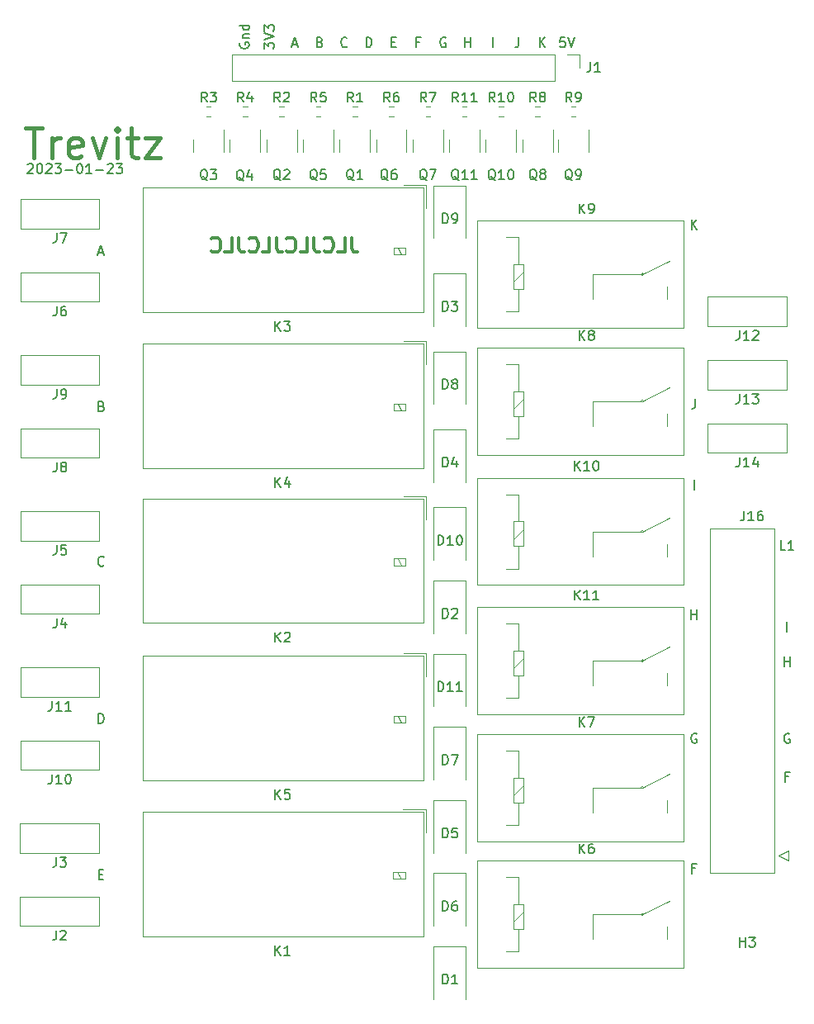
<source format=gbr>
%TF.GenerationSoftware,KiCad,Pcbnew,6.0.10+dfsg-2*%
%TF.CreationDate,2023-01-31T20:00:01-05:00*%
%TF.ProjectId,StoveRelays,53746f76-6552-4656-9c61-79732e6b6963,rev?*%
%TF.SameCoordinates,Original*%
%TF.FileFunction,Legend,Top*%
%TF.FilePolarity,Positive*%
%FSLAX46Y46*%
G04 Gerber Fmt 4.6, Leading zero omitted, Abs format (unit mm)*
G04 Created by KiCad (PCBNEW 6.0.10+dfsg-2) date 2023-01-31 20:00:01*
%MOMM*%
%LPD*%
G01*
G04 APERTURE LIST*
%ADD10C,0.150000*%
%ADD11C,0.300000*%
%ADD12C,0.400000*%
%ADD13C,0.120000*%
G04 APERTURE END LIST*
D10*
X179212857Y-127690571D02*
X178879523Y-127690571D01*
X178879523Y-128214380D02*
X178879523Y-127214380D01*
X179355714Y-127214380D01*
X108450095Y-122245380D02*
X108450095Y-121245380D01*
X108688190Y-121245380D01*
X108831047Y-121293000D01*
X108926285Y-121388238D01*
X108973904Y-121483476D01*
X109021523Y-121673952D01*
X109021523Y-121816809D01*
X108973904Y-122007285D01*
X108926285Y-122102523D01*
X108831047Y-122197761D01*
X108688190Y-122245380D01*
X108450095Y-122245380D01*
X169259285Y-111577380D02*
X169259285Y-110577380D01*
X169259285Y-111053571D02*
X169830714Y-111053571D01*
X169830714Y-111577380D02*
X169830714Y-110577380D01*
X178784285Y-116403380D02*
X178784285Y-115403380D01*
X178784285Y-115879571D02*
X179355714Y-115879571D01*
X179355714Y-116403380D02*
X179355714Y-115403380D01*
X146054285Y-52912380D02*
X146054285Y-51912380D01*
X146054285Y-52388571D02*
X146625714Y-52388571D01*
X146625714Y-52912380D02*
X146625714Y-51912380D01*
X122980000Y-52467857D02*
X122932380Y-52563095D01*
X122932380Y-52705952D01*
X122980000Y-52848809D01*
X123075238Y-52944047D01*
X123170476Y-52991666D01*
X123360952Y-53039285D01*
X123503809Y-53039285D01*
X123694285Y-52991666D01*
X123789523Y-52944047D01*
X123884761Y-52848809D01*
X123932380Y-52705952D01*
X123932380Y-52610714D01*
X123884761Y-52467857D01*
X123837142Y-52420238D01*
X123503809Y-52420238D01*
X123503809Y-52610714D01*
X123265714Y-51991666D02*
X123932380Y-51991666D01*
X123360952Y-51991666D02*
X123313333Y-51944047D01*
X123265714Y-51848809D01*
X123265714Y-51705952D01*
X123313333Y-51610714D01*
X123408571Y-51563095D01*
X123932380Y-51563095D01*
X123932380Y-50658333D02*
X122932380Y-50658333D01*
X123884761Y-50658333D02*
X123932380Y-50753571D01*
X123932380Y-50944047D01*
X123884761Y-51039285D01*
X123837142Y-51086904D01*
X123741904Y-51134523D01*
X123456190Y-51134523D01*
X123360952Y-51086904D01*
X123313333Y-51039285D01*
X123265714Y-50944047D01*
X123265714Y-50753571D01*
X123313333Y-50658333D01*
X179070000Y-112847380D02*
X179070000Y-111847380D01*
X169687857Y-88987380D02*
X169687857Y-89701666D01*
X169640238Y-89844523D01*
X169545000Y-89939761D01*
X169402142Y-89987380D01*
X169306904Y-89987380D01*
X144061904Y-51960000D02*
X143966666Y-51912380D01*
X143823809Y-51912380D01*
X143680952Y-51960000D01*
X143585714Y-52055238D01*
X143538095Y-52150476D01*
X143490476Y-52340952D01*
X143490476Y-52483809D01*
X143538095Y-52674285D01*
X143585714Y-52769523D01*
X143680952Y-52864761D01*
X143823809Y-52912380D01*
X143919047Y-52912380D01*
X144061904Y-52864761D01*
X144109523Y-52817142D01*
X144109523Y-52483809D01*
X143919047Y-52483809D01*
X169545000Y-98242380D02*
X169545000Y-97242380D01*
X138505714Y-52388571D02*
X138839047Y-52388571D01*
X138981904Y-52912380D02*
X138505714Y-52912380D01*
X138505714Y-51912380D01*
X138981904Y-51912380D01*
X108497714Y-137723571D02*
X108831047Y-137723571D01*
X108973904Y-138247380D02*
X108497714Y-138247380D01*
X108497714Y-137247380D01*
X108973904Y-137247380D01*
X151562857Y-51912380D02*
X151562857Y-52626666D01*
X151515238Y-52769523D01*
X151420000Y-52864761D01*
X151277142Y-52912380D01*
X151181904Y-52912380D01*
X179331904Y-123325000D02*
X179236666Y-123277380D01*
X179093809Y-123277380D01*
X178950952Y-123325000D01*
X178855714Y-123420238D01*
X178808095Y-123515476D01*
X178760476Y-123705952D01*
X178760476Y-123848809D01*
X178808095Y-124039285D01*
X178855714Y-124134523D01*
X178950952Y-124229761D01*
X179093809Y-124277380D01*
X179189047Y-124277380D01*
X179331904Y-124229761D01*
X179379523Y-124182142D01*
X179379523Y-123848809D01*
X179189047Y-123848809D01*
D11*
X134428571Y-72428571D02*
X134428571Y-73500000D01*
X134500000Y-73714285D01*
X134642857Y-73857142D01*
X134857142Y-73928571D01*
X135000000Y-73928571D01*
X133000000Y-73928571D02*
X133714285Y-73928571D01*
X133714285Y-72428571D01*
X131642857Y-73785714D02*
X131714285Y-73857142D01*
X131928571Y-73928571D01*
X132071428Y-73928571D01*
X132285714Y-73857142D01*
X132428571Y-73714285D01*
X132500000Y-73571428D01*
X132571428Y-73285714D01*
X132571428Y-73071428D01*
X132500000Y-72785714D01*
X132428571Y-72642857D01*
X132285714Y-72500000D01*
X132071428Y-72428571D01*
X131928571Y-72428571D01*
X131714285Y-72500000D01*
X131642857Y-72571428D01*
X130571428Y-72428571D02*
X130571428Y-73500000D01*
X130642857Y-73714285D01*
X130785714Y-73857142D01*
X131000000Y-73928571D01*
X131142857Y-73928571D01*
X129142857Y-73928571D02*
X129857142Y-73928571D01*
X129857142Y-72428571D01*
X127785714Y-73785714D02*
X127857142Y-73857142D01*
X128071428Y-73928571D01*
X128214285Y-73928571D01*
X128428571Y-73857142D01*
X128571428Y-73714285D01*
X128642857Y-73571428D01*
X128714285Y-73285714D01*
X128714285Y-73071428D01*
X128642857Y-72785714D01*
X128571428Y-72642857D01*
X128428571Y-72500000D01*
X128214285Y-72428571D01*
X128071428Y-72428571D01*
X127857142Y-72500000D01*
X127785714Y-72571428D01*
X126714285Y-72428571D02*
X126714285Y-73500000D01*
X126785714Y-73714285D01*
X126928571Y-73857142D01*
X127142857Y-73928571D01*
X127285714Y-73928571D01*
X125285714Y-73928571D02*
X126000000Y-73928571D01*
X126000000Y-72428571D01*
X123928571Y-73785714D02*
X124000000Y-73857142D01*
X124214285Y-73928571D01*
X124357142Y-73928571D01*
X124571428Y-73857142D01*
X124714285Y-73714285D01*
X124785714Y-73571428D01*
X124857142Y-73285714D01*
X124857142Y-73071428D01*
X124785714Y-72785714D01*
X124714285Y-72642857D01*
X124571428Y-72500000D01*
X124357142Y-72428571D01*
X124214285Y-72428571D01*
X124000000Y-72500000D01*
X123928571Y-72571428D01*
X122857142Y-72428571D02*
X122857142Y-73500000D01*
X122928571Y-73714285D01*
X123071428Y-73857142D01*
X123285714Y-73928571D01*
X123428571Y-73928571D01*
X121428571Y-73928571D02*
X122142857Y-73928571D01*
X122142857Y-72428571D01*
X120071428Y-73785714D02*
X120142857Y-73857142D01*
X120357142Y-73928571D01*
X120500000Y-73928571D01*
X120714285Y-73857142D01*
X120857142Y-73714285D01*
X120928571Y-73571428D01*
X121000000Y-73285714D01*
X121000000Y-73071428D01*
X120928571Y-72785714D01*
X120857142Y-72642857D01*
X120714285Y-72500000D01*
X120500000Y-72428571D01*
X120357142Y-72428571D01*
X120142857Y-72500000D01*
X120071428Y-72571428D01*
D10*
X153698095Y-52912380D02*
X153698095Y-51912380D01*
X154269523Y-52912380D02*
X153840952Y-52340952D01*
X154269523Y-51912380D02*
X153698095Y-52483809D01*
D12*
X100950000Y-61222142D02*
X102664285Y-61222142D01*
X101807142Y-64222142D02*
X101807142Y-61222142D01*
X103664285Y-64222142D02*
X103664285Y-62222142D01*
X103664285Y-62793571D02*
X103807142Y-62507857D01*
X103950000Y-62365000D01*
X104235714Y-62222142D01*
X104521428Y-62222142D01*
X106664285Y-64079285D02*
X106378571Y-64222142D01*
X105807142Y-64222142D01*
X105521428Y-64079285D01*
X105378571Y-63793571D01*
X105378571Y-62650714D01*
X105521428Y-62365000D01*
X105807142Y-62222142D01*
X106378571Y-62222142D01*
X106664285Y-62365000D01*
X106807142Y-62650714D01*
X106807142Y-62936428D01*
X105378571Y-63222142D01*
X107807142Y-62222142D02*
X108521428Y-64222142D01*
X109235714Y-62222142D01*
X110378571Y-64222142D02*
X110378571Y-62222142D01*
X110378571Y-61222142D02*
X110235714Y-61365000D01*
X110378571Y-61507857D01*
X110521428Y-61365000D01*
X110378571Y-61222142D01*
X110378571Y-61507857D01*
X111378571Y-62222142D02*
X112521428Y-62222142D01*
X111807142Y-61222142D02*
X111807142Y-63793571D01*
X111950000Y-64079285D01*
X112235714Y-64222142D01*
X112521428Y-64222142D01*
X113235714Y-62222142D02*
X114807142Y-62222142D01*
X113235714Y-64222142D01*
X114807142Y-64222142D01*
D10*
X131171428Y-52388571D02*
X131314285Y-52436190D01*
X131361904Y-52483809D01*
X131409523Y-52579047D01*
X131409523Y-52721904D01*
X131361904Y-52817142D01*
X131314285Y-52864761D01*
X131219047Y-52912380D01*
X130838095Y-52912380D01*
X130838095Y-51912380D01*
X131171428Y-51912380D01*
X131266666Y-51960000D01*
X131314285Y-52007619D01*
X131361904Y-52102857D01*
X131361904Y-52198095D01*
X131314285Y-52293333D01*
X131266666Y-52340952D01*
X131171428Y-52388571D01*
X130838095Y-52388571D01*
X169806904Y-123325000D02*
X169711666Y-123277380D01*
X169568809Y-123277380D01*
X169425952Y-123325000D01*
X169330714Y-123420238D01*
X169283095Y-123515476D01*
X169235476Y-123705952D01*
X169235476Y-123848809D01*
X169283095Y-124039285D01*
X169330714Y-124134523D01*
X169425952Y-124229761D01*
X169568809Y-124277380D01*
X169664047Y-124277380D01*
X169806904Y-124229761D01*
X169854523Y-124182142D01*
X169854523Y-123848809D01*
X169664047Y-123848809D01*
X148880000Y-52912380D02*
X148880000Y-51912380D01*
X156309523Y-51912380D02*
X155833333Y-51912380D01*
X155785714Y-52388571D01*
X155833333Y-52340952D01*
X155928571Y-52293333D01*
X156166666Y-52293333D01*
X156261904Y-52340952D01*
X156309523Y-52388571D01*
X156357142Y-52483809D01*
X156357142Y-52721904D01*
X156309523Y-52817142D01*
X156261904Y-52864761D01*
X156166666Y-52912380D01*
X155928571Y-52912380D01*
X155833333Y-52864761D01*
X155785714Y-52817142D01*
X156642857Y-51912380D02*
X156976190Y-52912380D01*
X157309523Y-51912380D01*
X125472380Y-53063095D02*
X125472380Y-52444047D01*
X125853333Y-52777380D01*
X125853333Y-52634523D01*
X125900952Y-52539285D01*
X125948571Y-52491666D01*
X126043809Y-52444047D01*
X126281904Y-52444047D01*
X126377142Y-52491666D01*
X126424761Y-52539285D01*
X126472380Y-52634523D01*
X126472380Y-52920238D01*
X126424761Y-53015476D01*
X126377142Y-53063095D01*
X125472380Y-52158333D02*
X126472380Y-51825000D01*
X125472380Y-51491666D01*
X125472380Y-51253571D02*
X125472380Y-50634523D01*
X125853333Y-50967857D01*
X125853333Y-50825000D01*
X125900952Y-50729761D01*
X125948571Y-50682142D01*
X126043809Y-50634523D01*
X126281904Y-50634523D01*
X126377142Y-50682142D01*
X126424761Y-50729761D01*
X126472380Y-50825000D01*
X126472380Y-51110714D01*
X126424761Y-51205952D01*
X126377142Y-51253571D01*
X135918095Y-52912380D02*
X135918095Y-51912380D01*
X136156190Y-51912380D01*
X136299047Y-51960000D01*
X136394285Y-52055238D01*
X136441904Y-52150476D01*
X136489523Y-52340952D01*
X136489523Y-52483809D01*
X136441904Y-52674285D01*
X136394285Y-52769523D01*
X136299047Y-52864761D01*
X136156190Y-52912380D01*
X135918095Y-52912380D01*
X133949523Y-52817142D02*
X133901904Y-52864761D01*
X133759047Y-52912380D01*
X133663809Y-52912380D01*
X133520952Y-52864761D01*
X133425714Y-52769523D01*
X133378095Y-52674285D01*
X133330476Y-52483809D01*
X133330476Y-52340952D01*
X133378095Y-52150476D01*
X133425714Y-52055238D01*
X133520952Y-51960000D01*
X133663809Y-51912380D01*
X133759047Y-51912380D01*
X133901904Y-51960000D01*
X133949523Y-52007619D01*
X178903333Y-104465380D02*
X178427142Y-104465380D01*
X178427142Y-103465380D01*
X179760476Y-104465380D02*
X179189047Y-104465380D01*
X179474761Y-104465380D02*
X179474761Y-103465380D01*
X179379523Y-103608238D01*
X179284285Y-103703476D01*
X179189047Y-103751095D01*
X109021523Y-106021142D02*
X108973904Y-106068761D01*
X108831047Y-106116380D01*
X108735809Y-106116380D01*
X108592952Y-106068761D01*
X108497714Y-105973523D01*
X108450095Y-105878285D01*
X108402476Y-105687809D01*
X108402476Y-105544952D01*
X108450095Y-105354476D01*
X108497714Y-105259238D01*
X108592952Y-105164000D01*
X108735809Y-105116380D01*
X108831047Y-105116380D01*
X108973904Y-105164000D01*
X109021523Y-105211619D01*
X141402857Y-52388571D02*
X141069523Y-52388571D01*
X141069523Y-52912380D02*
X141069523Y-51912380D01*
X141545714Y-51912380D01*
X108783428Y-89717571D02*
X108926285Y-89765190D01*
X108973904Y-89812809D01*
X109021523Y-89908047D01*
X109021523Y-90050904D01*
X108973904Y-90146142D01*
X108926285Y-90193761D01*
X108831047Y-90241380D01*
X108450095Y-90241380D01*
X108450095Y-89241380D01*
X108783428Y-89241380D01*
X108878666Y-89289000D01*
X108926285Y-89336619D01*
X108973904Y-89431857D01*
X108973904Y-89527095D01*
X108926285Y-89622333D01*
X108878666Y-89669952D01*
X108783428Y-89717571D01*
X108450095Y-89717571D01*
X101187857Y-64952619D02*
X101235476Y-64905000D01*
X101330714Y-64857380D01*
X101568809Y-64857380D01*
X101664047Y-64905000D01*
X101711666Y-64952619D01*
X101759285Y-65047857D01*
X101759285Y-65143095D01*
X101711666Y-65285952D01*
X101140238Y-65857380D01*
X101759285Y-65857380D01*
X102378333Y-64857380D02*
X102473571Y-64857380D01*
X102568809Y-64905000D01*
X102616428Y-64952619D01*
X102664047Y-65047857D01*
X102711666Y-65238333D01*
X102711666Y-65476428D01*
X102664047Y-65666904D01*
X102616428Y-65762142D01*
X102568809Y-65809761D01*
X102473571Y-65857380D01*
X102378333Y-65857380D01*
X102283095Y-65809761D01*
X102235476Y-65762142D01*
X102187857Y-65666904D01*
X102140238Y-65476428D01*
X102140238Y-65238333D01*
X102187857Y-65047857D01*
X102235476Y-64952619D01*
X102283095Y-64905000D01*
X102378333Y-64857380D01*
X103092619Y-64952619D02*
X103140238Y-64905000D01*
X103235476Y-64857380D01*
X103473571Y-64857380D01*
X103568809Y-64905000D01*
X103616428Y-64952619D01*
X103664047Y-65047857D01*
X103664047Y-65143095D01*
X103616428Y-65285952D01*
X103045000Y-65857380D01*
X103664047Y-65857380D01*
X103997380Y-64857380D02*
X104616428Y-64857380D01*
X104283095Y-65238333D01*
X104425952Y-65238333D01*
X104521190Y-65285952D01*
X104568809Y-65333571D01*
X104616428Y-65428809D01*
X104616428Y-65666904D01*
X104568809Y-65762142D01*
X104521190Y-65809761D01*
X104425952Y-65857380D01*
X104140238Y-65857380D01*
X104045000Y-65809761D01*
X103997380Y-65762142D01*
X105045000Y-65476428D02*
X105806904Y-65476428D01*
X106473571Y-64857380D02*
X106568809Y-64857380D01*
X106664047Y-64905000D01*
X106711666Y-64952619D01*
X106759285Y-65047857D01*
X106806904Y-65238333D01*
X106806904Y-65476428D01*
X106759285Y-65666904D01*
X106711666Y-65762142D01*
X106664047Y-65809761D01*
X106568809Y-65857380D01*
X106473571Y-65857380D01*
X106378333Y-65809761D01*
X106330714Y-65762142D01*
X106283095Y-65666904D01*
X106235476Y-65476428D01*
X106235476Y-65238333D01*
X106283095Y-65047857D01*
X106330714Y-64952619D01*
X106378333Y-64905000D01*
X106473571Y-64857380D01*
X107759285Y-65857380D02*
X107187857Y-65857380D01*
X107473571Y-65857380D02*
X107473571Y-64857380D01*
X107378333Y-65000238D01*
X107283095Y-65095476D01*
X107187857Y-65143095D01*
X108187857Y-65476428D02*
X108949761Y-65476428D01*
X109378333Y-64952619D02*
X109425952Y-64905000D01*
X109521190Y-64857380D01*
X109759285Y-64857380D01*
X109854523Y-64905000D01*
X109902142Y-64952619D01*
X109949761Y-65047857D01*
X109949761Y-65143095D01*
X109902142Y-65285952D01*
X109330714Y-65857380D01*
X109949761Y-65857380D01*
X110283095Y-64857380D02*
X110902142Y-64857380D01*
X110568809Y-65238333D01*
X110711666Y-65238333D01*
X110806904Y-65285952D01*
X110854523Y-65333571D01*
X110902142Y-65428809D01*
X110902142Y-65666904D01*
X110854523Y-65762142D01*
X110806904Y-65809761D01*
X110711666Y-65857380D01*
X110425952Y-65857380D01*
X110330714Y-65809761D01*
X110283095Y-65762142D01*
X169687857Y-137088571D02*
X169354523Y-137088571D01*
X169354523Y-137612380D02*
X169354523Y-136612380D01*
X169830714Y-136612380D01*
X128321904Y-52626666D02*
X128798095Y-52626666D01*
X128226666Y-52912380D02*
X128560000Y-51912380D01*
X128893333Y-52912380D01*
X169283095Y-71572380D02*
X169283095Y-70572380D01*
X169854523Y-71572380D02*
X169425952Y-71000952D01*
X169854523Y-70572380D02*
X169283095Y-71143809D01*
X108473904Y-73953666D02*
X108950095Y-73953666D01*
X108378666Y-74239380D02*
X108712000Y-73239380D01*
X109045333Y-74239380D01*
%TO.C,J16*%
X174672976Y-100452380D02*
X174672976Y-101166666D01*
X174625357Y-101309523D01*
X174530119Y-101404761D01*
X174387261Y-101452380D01*
X174292023Y-101452380D01*
X175672976Y-101452380D02*
X175101547Y-101452380D01*
X175387261Y-101452380D02*
X175387261Y-100452380D01*
X175292023Y-100595238D01*
X175196785Y-100690476D01*
X175101547Y-100738095D01*
X176530119Y-100452380D02*
X176339642Y-100452380D01*
X176244404Y-100500000D01*
X176196785Y-100547619D01*
X176101547Y-100690476D01*
X176053928Y-100880952D01*
X176053928Y-101261904D01*
X176101547Y-101357142D01*
X176149166Y-101404761D01*
X176244404Y-101452380D01*
X176434880Y-101452380D01*
X176530119Y-101404761D01*
X176577738Y-101357142D01*
X176625357Y-101261904D01*
X176625357Y-101023809D01*
X176577738Y-100928571D01*
X176530119Y-100880952D01*
X176434880Y-100833333D01*
X176244404Y-100833333D01*
X176149166Y-100880952D01*
X176101547Y-100928571D01*
X176053928Y-101023809D01*
%TO.C,R2*%
X127083333Y-58522380D02*
X126750000Y-58046190D01*
X126511904Y-58522380D02*
X126511904Y-57522380D01*
X126892857Y-57522380D01*
X126988095Y-57570000D01*
X127035714Y-57617619D01*
X127083333Y-57712857D01*
X127083333Y-57855714D01*
X127035714Y-57950952D01*
X126988095Y-57998571D01*
X126892857Y-58046190D01*
X126511904Y-58046190D01*
X127464285Y-57617619D02*
X127511904Y-57570000D01*
X127607142Y-57522380D01*
X127845238Y-57522380D01*
X127940476Y-57570000D01*
X127988095Y-57617619D01*
X128035714Y-57712857D01*
X128035714Y-57808095D01*
X127988095Y-57950952D01*
X127416666Y-58522380D01*
X128035714Y-58522380D01*
%TO.C,D6*%
X143761904Y-141452380D02*
X143761904Y-140452380D01*
X144000000Y-140452380D01*
X144142857Y-140500000D01*
X144238095Y-140595238D01*
X144285714Y-140690476D01*
X144333333Y-140880952D01*
X144333333Y-141023809D01*
X144285714Y-141214285D01*
X144238095Y-141309523D01*
X144142857Y-141404761D01*
X144000000Y-141452380D01*
X143761904Y-141452380D01*
X145190476Y-140452380D02*
X145000000Y-140452380D01*
X144904761Y-140500000D01*
X144857142Y-140547619D01*
X144761904Y-140690476D01*
X144714285Y-140880952D01*
X144714285Y-141261904D01*
X144761904Y-141357142D01*
X144809523Y-141404761D01*
X144904761Y-141452380D01*
X145095238Y-141452380D01*
X145190476Y-141404761D01*
X145238095Y-141357142D01*
X145285714Y-141261904D01*
X145285714Y-141023809D01*
X145238095Y-140928571D01*
X145190476Y-140880952D01*
X145095238Y-140833333D01*
X144904761Y-140833333D01*
X144809523Y-140880952D01*
X144761904Y-140928571D01*
X144714285Y-141023809D01*
%TO.C,Q9*%
X157067261Y-66547619D02*
X156972023Y-66500000D01*
X156876785Y-66404761D01*
X156733928Y-66261904D01*
X156638690Y-66214285D01*
X156543452Y-66214285D01*
X156591071Y-66452380D02*
X156495833Y-66404761D01*
X156400595Y-66309523D01*
X156352976Y-66119047D01*
X156352976Y-65785714D01*
X156400595Y-65595238D01*
X156495833Y-65500000D01*
X156591071Y-65452380D01*
X156781547Y-65452380D01*
X156876785Y-65500000D01*
X156972023Y-65595238D01*
X157019642Y-65785714D01*
X157019642Y-66119047D01*
X156972023Y-66309523D01*
X156876785Y-66404761D01*
X156781547Y-66452380D01*
X156591071Y-66452380D01*
X157495833Y-66452380D02*
X157686309Y-66452380D01*
X157781547Y-66404761D01*
X157829166Y-66357142D01*
X157924404Y-66214285D01*
X157972023Y-66023809D01*
X157972023Y-65642857D01*
X157924404Y-65547619D01*
X157876785Y-65500000D01*
X157781547Y-65452380D01*
X157591071Y-65452380D01*
X157495833Y-65500000D01*
X157448214Y-65547619D01*
X157400595Y-65642857D01*
X157400595Y-65880952D01*
X157448214Y-65976190D01*
X157495833Y-66023809D01*
X157591071Y-66071428D01*
X157781547Y-66071428D01*
X157876785Y-66023809D01*
X157924404Y-65976190D01*
X157972023Y-65880952D01*
%TO.C,K8*%
X157761904Y-82952380D02*
X157761904Y-81952380D01*
X158333333Y-82952380D02*
X157904761Y-82380952D01*
X158333333Y-81952380D02*
X157761904Y-82523809D01*
X158904761Y-82380952D02*
X158809523Y-82333333D01*
X158761904Y-82285714D01*
X158714285Y-82190476D01*
X158714285Y-82142857D01*
X158761904Y-82047619D01*
X158809523Y-82000000D01*
X158904761Y-81952380D01*
X159095238Y-81952380D01*
X159190476Y-82000000D01*
X159238095Y-82047619D01*
X159285714Y-82142857D01*
X159285714Y-82190476D01*
X159238095Y-82285714D01*
X159190476Y-82333333D01*
X159095238Y-82380952D01*
X158904761Y-82380952D01*
X158809523Y-82428571D01*
X158761904Y-82476190D01*
X158714285Y-82571428D01*
X158714285Y-82761904D01*
X158761904Y-82857142D01*
X158809523Y-82904761D01*
X158904761Y-82952380D01*
X159095238Y-82952380D01*
X159190476Y-82904761D01*
X159238095Y-82857142D01*
X159285714Y-82761904D01*
X159285714Y-82571428D01*
X159238095Y-82476190D01*
X159190476Y-82428571D01*
X159095238Y-82380952D01*
%TO.C,D2*%
X143761904Y-111452380D02*
X143761904Y-110452380D01*
X144000000Y-110452380D01*
X144142857Y-110500000D01*
X144238095Y-110595238D01*
X144285714Y-110690476D01*
X144333333Y-110880952D01*
X144333333Y-111023809D01*
X144285714Y-111214285D01*
X144238095Y-111309523D01*
X144142857Y-111404761D01*
X144000000Y-111452380D01*
X143761904Y-111452380D01*
X144714285Y-110547619D02*
X144761904Y-110500000D01*
X144857142Y-110452380D01*
X145095238Y-110452380D01*
X145190476Y-110500000D01*
X145238095Y-110547619D01*
X145285714Y-110642857D01*
X145285714Y-110738095D01*
X145238095Y-110880952D01*
X144666666Y-111452380D01*
X145285714Y-111452380D01*
%TO.C,Q5*%
X130904761Y-66547619D02*
X130809523Y-66500000D01*
X130714285Y-66404761D01*
X130571428Y-66261904D01*
X130476190Y-66214285D01*
X130380952Y-66214285D01*
X130428571Y-66452380D02*
X130333333Y-66404761D01*
X130238095Y-66309523D01*
X130190476Y-66119047D01*
X130190476Y-65785714D01*
X130238095Y-65595238D01*
X130333333Y-65500000D01*
X130428571Y-65452380D01*
X130619047Y-65452380D01*
X130714285Y-65500000D01*
X130809523Y-65595238D01*
X130857142Y-65785714D01*
X130857142Y-66119047D01*
X130809523Y-66309523D01*
X130714285Y-66404761D01*
X130619047Y-66452380D01*
X130428571Y-66452380D01*
X131761904Y-65452380D02*
X131285714Y-65452380D01*
X131238095Y-65928571D01*
X131285714Y-65880952D01*
X131380952Y-65833333D01*
X131619047Y-65833333D01*
X131714285Y-65880952D01*
X131761904Y-65928571D01*
X131809523Y-66023809D01*
X131809523Y-66261904D01*
X131761904Y-66357142D01*
X131714285Y-66404761D01*
X131619047Y-66452380D01*
X131380952Y-66452380D01*
X131285714Y-66404761D01*
X131238095Y-66357142D01*
%TO.C,Q4*%
X123354761Y-66610119D02*
X123259523Y-66562500D01*
X123164285Y-66467261D01*
X123021428Y-66324404D01*
X122926190Y-66276785D01*
X122830952Y-66276785D01*
X122878571Y-66514880D02*
X122783333Y-66467261D01*
X122688095Y-66372023D01*
X122640476Y-66181547D01*
X122640476Y-65848214D01*
X122688095Y-65657738D01*
X122783333Y-65562500D01*
X122878571Y-65514880D01*
X123069047Y-65514880D01*
X123164285Y-65562500D01*
X123259523Y-65657738D01*
X123307142Y-65848214D01*
X123307142Y-66181547D01*
X123259523Y-66372023D01*
X123164285Y-66467261D01*
X123069047Y-66514880D01*
X122878571Y-66514880D01*
X124164285Y-65848214D02*
X124164285Y-66514880D01*
X123926190Y-65467261D02*
X123688095Y-66181547D01*
X124307142Y-66181547D01*
%TO.C,K10*%
X157285714Y-96322380D02*
X157285714Y-95322380D01*
X157857142Y-96322380D02*
X157428571Y-95750952D01*
X157857142Y-95322380D02*
X157285714Y-95893809D01*
X158809523Y-96322380D02*
X158238095Y-96322380D01*
X158523809Y-96322380D02*
X158523809Y-95322380D01*
X158428571Y-95465238D01*
X158333333Y-95560476D01*
X158238095Y-95608095D01*
X159428571Y-95322380D02*
X159523809Y-95322380D01*
X159619047Y-95370000D01*
X159666666Y-95417619D01*
X159714285Y-95512857D01*
X159761904Y-95703333D01*
X159761904Y-95941428D01*
X159714285Y-96131904D01*
X159666666Y-96227142D01*
X159619047Y-96274761D01*
X159523809Y-96322380D01*
X159428571Y-96322380D01*
X159333333Y-96274761D01*
X159285714Y-96227142D01*
X159238095Y-96131904D01*
X159190476Y-95941428D01*
X159190476Y-95703333D01*
X159238095Y-95512857D01*
X159285714Y-95417619D01*
X159333333Y-95370000D01*
X159428571Y-95322380D01*
%TO.C,D10*%
X143285714Y-103952380D02*
X143285714Y-102952380D01*
X143523809Y-102952380D01*
X143666666Y-103000000D01*
X143761904Y-103095238D01*
X143809523Y-103190476D01*
X143857142Y-103380952D01*
X143857142Y-103523809D01*
X143809523Y-103714285D01*
X143761904Y-103809523D01*
X143666666Y-103904761D01*
X143523809Y-103952380D01*
X143285714Y-103952380D01*
X144809523Y-103952380D02*
X144238095Y-103952380D01*
X144523809Y-103952380D02*
X144523809Y-102952380D01*
X144428571Y-103095238D01*
X144333333Y-103190476D01*
X144238095Y-103238095D01*
X145428571Y-102952380D02*
X145523809Y-102952380D01*
X145619047Y-103000000D01*
X145666666Y-103047619D01*
X145714285Y-103142857D01*
X145761904Y-103333333D01*
X145761904Y-103571428D01*
X145714285Y-103761904D01*
X145666666Y-103857142D01*
X145619047Y-103904761D01*
X145523809Y-103952380D01*
X145428571Y-103952380D01*
X145333333Y-103904761D01*
X145285714Y-103857142D01*
X145238095Y-103761904D01*
X145190476Y-103571428D01*
X145190476Y-103333333D01*
X145238095Y-103142857D01*
X145285714Y-103047619D01*
X145333333Y-103000000D01*
X145428571Y-102952380D01*
%TO.C,R6*%
X138333333Y-58522380D02*
X138000000Y-58046190D01*
X137761904Y-58522380D02*
X137761904Y-57522380D01*
X138142857Y-57522380D01*
X138238095Y-57570000D01*
X138285714Y-57617619D01*
X138333333Y-57712857D01*
X138333333Y-57855714D01*
X138285714Y-57950952D01*
X138238095Y-57998571D01*
X138142857Y-58046190D01*
X137761904Y-58046190D01*
X139190476Y-57522380D02*
X139000000Y-57522380D01*
X138904761Y-57570000D01*
X138857142Y-57617619D01*
X138761904Y-57760476D01*
X138714285Y-57950952D01*
X138714285Y-58331904D01*
X138761904Y-58427142D01*
X138809523Y-58474761D01*
X138904761Y-58522380D01*
X139095238Y-58522380D01*
X139190476Y-58474761D01*
X139238095Y-58427142D01*
X139285714Y-58331904D01*
X139285714Y-58093809D01*
X139238095Y-57998571D01*
X139190476Y-57950952D01*
X139095238Y-57903333D01*
X138904761Y-57903333D01*
X138809523Y-57950952D01*
X138761904Y-57998571D01*
X138714285Y-58093809D01*
%TO.C,D4*%
X143761904Y-95952380D02*
X143761904Y-94952380D01*
X144000000Y-94952380D01*
X144142857Y-95000000D01*
X144238095Y-95095238D01*
X144285714Y-95190476D01*
X144333333Y-95380952D01*
X144333333Y-95523809D01*
X144285714Y-95714285D01*
X144238095Y-95809523D01*
X144142857Y-95904761D01*
X144000000Y-95952380D01*
X143761904Y-95952380D01*
X145190476Y-95285714D02*
X145190476Y-95952380D01*
X144952380Y-94904761D02*
X144714285Y-95619047D01*
X145333333Y-95619047D01*
%TO.C,D11*%
X143285714Y-118952380D02*
X143285714Y-117952380D01*
X143523809Y-117952380D01*
X143666666Y-118000000D01*
X143761904Y-118095238D01*
X143809523Y-118190476D01*
X143857142Y-118380952D01*
X143857142Y-118523809D01*
X143809523Y-118714285D01*
X143761904Y-118809523D01*
X143666666Y-118904761D01*
X143523809Y-118952380D01*
X143285714Y-118952380D01*
X144809523Y-118952380D02*
X144238095Y-118952380D01*
X144523809Y-118952380D02*
X144523809Y-117952380D01*
X144428571Y-118095238D01*
X144333333Y-118190476D01*
X144238095Y-118238095D01*
X145761904Y-118952380D02*
X145190476Y-118952380D01*
X145476190Y-118952380D02*
X145476190Y-117952380D01*
X145380952Y-118095238D01*
X145285714Y-118190476D01*
X145190476Y-118238095D01*
%TO.C,H3*%
X174238095Y-145152380D02*
X174238095Y-144152380D01*
X174238095Y-144628571D02*
X174809523Y-144628571D01*
X174809523Y-145152380D02*
X174809523Y-144152380D01*
X175190476Y-144152380D02*
X175809523Y-144152380D01*
X175476190Y-144533333D01*
X175619047Y-144533333D01*
X175714285Y-144580952D01*
X175761904Y-144628571D01*
X175809523Y-144723809D01*
X175809523Y-144961904D01*
X175761904Y-145057142D01*
X175714285Y-145104761D01*
X175619047Y-145152380D01*
X175333333Y-145152380D01*
X175238095Y-145104761D01*
X175190476Y-145057142D01*
%TO.C,K1*%
X126561904Y-146002380D02*
X126561904Y-145002380D01*
X127133333Y-146002380D02*
X126704761Y-145430952D01*
X127133333Y-145002380D02*
X126561904Y-145573809D01*
X128085714Y-146002380D02*
X127514285Y-146002380D01*
X127800000Y-146002380D02*
X127800000Y-145002380D01*
X127704761Y-145145238D01*
X127609523Y-145240476D01*
X127514285Y-145288095D01*
%TO.C,J5*%
X104166666Y-103952380D02*
X104166666Y-104666666D01*
X104119047Y-104809523D01*
X104023809Y-104904761D01*
X103880952Y-104952380D01*
X103785714Y-104952380D01*
X105119047Y-103952380D02*
X104642857Y-103952380D01*
X104595238Y-104428571D01*
X104642857Y-104380952D01*
X104738095Y-104333333D01*
X104976190Y-104333333D01*
X105071428Y-104380952D01*
X105119047Y-104428571D01*
X105166666Y-104523809D01*
X105166666Y-104761904D01*
X105119047Y-104857142D01*
X105071428Y-104904761D01*
X104976190Y-104952380D01*
X104738095Y-104952380D01*
X104642857Y-104904761D01*
X104595238Y-104857142D01*
%TO.C,Q1*%
X134654761Y-66547619D02*
X134559523Y-66500000D01*
X134464285Y-66404761D01*
X134321428Y-66261904D01*
X134226190Y-66214285D01*
X134130952Y-66214285D01*
X134178571Y-66452380D02*
X134083333Y-66404761D01*
X133988095Y-66309523D01*
X133940476Y-66119047D01*
X133940476Y-65785714D01*
X133988095Y-65595238D01*
X134083333Y-65500000D01*
X134178571Y-65452380D01*
X134369047Y-65452380D01*
X134464285Y-65500000D01*
X134559523Y-65595238D01*
X134607142Y-65785714D01*
X134607142Y-66119047D01*
X134559523Y-66309523D01*
X134464285Y-66404761D01*
X134369047Y-66452380D01*
X134178571Y-66452380D01*
X135559523Y-66452380D02*
X134988095Y-66452380D01*
X135273809Y-66452380D02*
X135273809Y-65452380D01*
X135178571Y-65595238D01*
X135083333Y-65690476D01*
X134988095Y-65738095D01*
%TO.C,Q11*%
X145428571Y-66547619D02*
X145333333Y-66500000D01*
X145238095Y-66404761D01*
X145095238Y-66261904D01*
X145000000Y-66214285D01*
X144904761Y-66214285D01*
X144952380Y-66452380D02*
X144857142Y-66404761D01*
X144761904Y-66309523D01*
X144714285Y-66119047D01*
X144714285Y-65785714D01*
X144761904Y-65595238D01*
X144857142Y-65500000D01*
X144952380Y-65452380D01*
X145142857Y-65452380D01*
X145238095Y-65500000D01*
X145333333Y-65595238D01*
X145380952Y-65785714D01*
X145380952Y-66119047D01*
X145333333Y-66309523D01*
X145238095Y-66404761D01*
X145142857Y-66452380D01*
X144952380Y-66452380D01*
X146333333Y-66452380D02*
X145761904Y-66452380D01*
X146047619Y-66452380D02*
X146047619Y-65452380D01*
X145952380Y-65595238D01*
X145857142Y-65690476D01*
X145761904Y-65738095D01*
X147285714Y-66452380D02*
X146714285Y-66452380D01*
X147000000Y-66452380D02*
X147000000Y-65452380D01*
X146904761Y-65595238D01*
X146809523Y-65690476D01*
X146714285Y-65738095D01*
%TO.C,J12*%
X174190476Y-81952380D02*
X174190476Y-82666666D01*
X174142857Y-82809523D01*
X174047619Y-82904761D01*
X173904761Y-82952380D01*
X173809523Y-82952380D01*
X175190476Y-82952380D02*
X174619047Y-82952380D01*
X174904761Y-82952380D02*
X174904761Y-81952380D01*
X174809523Y-82095238D01*
X174714285Y-82190476D01*
X174619047Y-82238095D01*
X175571428Y-82047619D02*
X175619047Y-82000000D01*
X175714285Y-81952380D01*
X175952380Y-81952380D01*
X176047619Y-82000000D01*
X176095238Y-82047619D01*
X176142857Y-82142857D01*
X176142857Y-82238095D01*
X176095238Y-82380952D01*
X175523809Y-82952380D01*
X176142857Y-82952380D01*
%TO.C,J7*%
X104166666Y-71952380D02*
X104166666Y-72666666D01*
X104119047Y-72809523D01*
X104023809Y-72904761D01*
X103880952Y-72952380D01*
X103785714Y-72952380D01*
X104547619Y-71952380D02*
X105214285Y-71952380D01*
X104785714Y-72952380D01*
%TO.C,R11*%
X145357142Y-58522380D02*
X145023809Y-58046190D01*
X144785714Y-58522380D02*
X144785714Y-57522380D01*
X145166666Y-57522380D01*
X145261904Y-57570000D01*
X145309523Y-57617619D01*
X145357142Y-57712857D01*
X145357142Y-57855714D01*
X145309523Y-57950952D01*
X145261904Y-57998571D01*
X145166666Y-58046190D01*
X144785714Y-58046190D01*
X146309523Y-58522380D02*
X145738095Y-58522380D01*
X146023809Y-58522380D02*
X146023809Y-57522380D01*
X145928571Y-57665238D01*
X145833333Y-57760476D01*
X145738095Y-57808095D01*
X147261904Y-58522380D02*
X146690476Y-58522380D01*
X146976190Y-58522380D02*
X146976190Y-57522380D01*
X146880952Y-57665238D01*
X146785714Y-57760476D01*
X146690476Y-57808095D01*
%TO.C,K11*%
X157285714Y-109572380D02*
X157285714Y-108572380D01*
X157857142Y-109572380D02*
X157428571Y-109000952D01*
X157857142Y-108572380D02*
X157285714Y-109143809D01*
X158809523Y-109572380D02*
X158238095Y-109572380D01*
X158523809Y-109572380D02*
X158523809Y-108572380D01*
X158428571Y-108715238D01*
X158333333Y-108810476D01*
X158238095Y-108858095D01*
X159761904Y-109572380D02*
X159190476Y-109572380D01*
X159476190Y-109572380D02*
X159476190Y-108572380D01*
X159380952Y-108715238D01*
X159285714Y-108810476D01*
X159190476Y-108858095D01*
%TO.C,D3*%
X143761904Y-79952380D02*
X143761904Y-78952380D01*
X144000000Y-78952380D01*
X144142857Y-79000000D01*
X144238095Y-79095238D01*
X144285714Y-79190476D01*
X144333333Y-79380952D01*
X144333333Y-79523809D01*
X144285714Y-79714285D01*
X144238095Y-79809523D01*
X144142857Y-79904761D01*
X144000000Y-79952380D01*
X143761904Y-79952380D01*
X144666666Y-78952380D02*
X145285714Y-78952380D01*
X144952380Y-79333333D01*
X145095238Y-79333333D01*
X145190476Y-79380952D01*
X145238095Y-79428571D01*
X145285714Y-79523809D01*
X145285714Y-79761904D01*
X145238095Y-79857142D01*
X145190476Y-79904761D01*
X145095238Y-79952380D01*
X144809523Y-79952380D01*
X144714285Y-79904761D01*
X144666666Y-79857142D01*
%TO.C,R7*%
X142083333Y-58522380D02*
X141750000Y-58046190D01*
X141511904Y-58522380D02*
X141511904Y-57522380D01*
X141892857Y-57522380D01*
X141988095Y-57570000D01*
X142035714Y-57617619D01*
X142083333Y-57712857D01*
X142083333Y-57855714D01*
X142035714Y-57950952D01*
X141988095Y-57998571D01*
X141892857Y-58046190D01*
X141511904Y-58046190D01*
X142416666Y-57522380D02*
X143083333Y-57522380D01*
X142654761Y-58522380D01*
%TO.C,J8*%
X104166666Y-95452380D02*
X104166666Y-96166666D01*
X104119047Y-96309523D01*
X104023809Y-96404761D01*
X103880952Y-96452380D01*
X103785714Y-96452380D01*
X104785714Y-95880952D02*
X104690476Y-95833333D01*
X104642857Y-95785714D01*
X104595238Y-95690476D01*
X104595238Y-95642857D01*
X104642857Y-95547619D01*
X104690476Y-95500000D01*
X104785714Y-95452380D01*
X104976190Y-95452380D01*
X105071428Y-95500000D01*
X105119047Y-95547619D01*
X105166666Y-95642857D01*
X105166666Y-95690476D01*
X105119047Y-95785714D01*
X105071428Y-95833333D01*
X104976190Y-95880952D01*
X104785714Y-95880952D01*
X104690476Y-95928571D01*
X104642857Y-95976190D01*
X104595238Y-96071428D01*
X104595238Y-96261904D01*
X104642857Y-96357142D01*
X104690476Y-96404761D01*
X104785714Y-96452380D01*
X104976190Y-96452380D01*
X105071428Y-96404761D01*
X105119047Y-96357142D01*
X105166666Y-96261904D01*
X105166666Y-96071428D01*
X105119047Y-95976190D01*
X105071428Y-95928571D01*
X104976190Y-95880952D01*
%TO.C,J13*%
X174190476Y-88452380D02*
X174190476Y-89166666D01*
X174142857Y-89309523D01*
X174047619Y-89404761D01*
X173904761Y-89452380D01*
X173809523Y-89452380D01*
X175190476Y-89452380D02*
X174619047Y-89452380D01*
X174904761Y-89452380D02*
X174904761Y-88452380D01*
X174809523Y-88595238D01*
X174714285Y-88690476D01*
X174619047Y-88738095D01*
X175523809Y-88452380D02*
X176142857Y-88452380D01*
X175809523Y-88833333D01*
X175952380Y-88833333D01*
X176047619Y-88880952D01*
X176095238Y-88928571D01*
X176142857Y-89023809D01*
X176142857Y-89261904D01*
X176095238Y-89357142D01*
X176047619Y-89404761D01*
X175952380Y-89452380D01*
X175666666Y-89452380D01*
X175571428Y-89404761D01*
X175523809Y-89357142D01*
%TO.C,Q2*%
X127154761Y-66547619D02*
X127059523Y-66500000D01*
X126964285Y-66404761D01*
X126821428Y-66261904D01*
X126726190Y-66214285D01*
X126630952Y-66214285D01*
X126678571Y-66452380D02*
X126583333Y-66404761D01*
X126488095Y-66309523D01*
X126440476Y-66119047D01*
X126440476Y-65785714D01*
X126488095Y-65595238D01*
X126583333Y-65500000D01*
X126678571Y-65452380D01*
X126869047Y-65452380D01*
X126964285Y-65500000D01*
X127059523Y-65595238D01*
X127107142Y-65785714D01*
X127107142Y-66119047D01*
X127059523Y-66309523D01*
X126964285Y-66404761D01*
X126869047Y-66452380D01*
X126678571Y-66452380D01*
X127488095Y-65547619D02*
X127535714Y-65500000D01*
X127630952Y-65452380D01*
X127869047Y-65452380D01*
X127964285Y-65500000D01*
X128011904Y-65547619D01*
X128059523Y-65642857D01*
X128059523Y-65738095D01*
X128011904Y-65880952D01*
X127440476Y-66452380D01*
X128059523Y-66452380D01*
%TO.C,R5*%
X130833333Y-58522380D02*
X130500000Y-58046190D01*
X130261904Y-58522380D02*
X130261904Y-57522380D01*
X130642857Y-57522380D01*
X130738095Y-57570000D01*
X130785714Y-57617619D01*
X130833333Y-57712857D01*
X130833333Y-57855714D01*
X130785714Y-57950952D01*
X130738095Y-57998571D01*
X130642857Y-58046190D01*
X130261904Y-58046190D01*
X131738095Y-57522380D02*
X131261904Y-57522380D01*
X131214285Y-57998571D01*
X131261904Y-57950952D01*
X131357142Y-57903333D01*
X131595238Y-57903333D01*
X131690476Y-57950952D01*
X131738095Y-57998571D01*
X131785714Y-58093809D01*
X131785714Y-58331904D01*
X131738095Y-58427142D01*
X131690476Y-58474761D01*
X131595238Y-58522380D01*
X131357142Y-58522380D01*
X131261904Y-58474761D01*
X131214285Y-58427142D01*
%TO.C,R3*%
X119583333Y-58522380D02*
X119250000Y-58046190D01*
X119011904Y-58522380D02*
X119011904Y-57522380D01*
X119392857Y-57522380D01*
X119488095Y-57570000D01*
X119535714Y-57617619D01*
X119583333Y-57712857D01*
X119583333Y-57855714D01*
X119535714Y-57950952D01*
X119488095Y-57998571D01*
X119392857Y-58046190D01*
X119011904Y-58046190D01*
X119916666Y-57522380D02*
X120535714Y-57522380D01*
X120202380Y-57903333D01*
X120345238Y-57903333D01*
X120440476Y-57950952D01*
X120488095Y-57998571D01*
X120535714Y-58093809D01*
X120535714Y-58331904D01*
X120488095Y-58427142D01*
X120440476Y-58474761D01*
X120345238Y-58522380D01*
X120059523Y-58522380D01*
X119964285Y-58474761D01*
X119916666Y-58427142D01*
%TO.C,J10*%
X103690476Y-127452380D02*
X103690476Y-128166666D01*
X103642857Y-128309523D01*
X103547619Y-128404761D01*
X103404761Y-128452380D01*
X103309523Y-128452380D01*
X104690476Y-128452380D02*
X104119047Y-128452380D01*
X104404761Y-128452380D02*
X104404761Y-127452380D01*
X104309523Y-127595238D01*
X104214285Y-127690476D01*
X104119047Y-127738095D01*
X105309523Y-127452380D02*
X105404761Y-127452380D01*
X105500000Y-127500000D01*
X105547619Y-127547619D01*
X105595238Y-127642857D01*
X105642857Y-127833333D01*
X105642857Y-128071428D01*
X105595238Y-128261904D01*
X105547619Y-128357142D01*
X105500000Y-128404761D01*
X105404761Y-128452380D01*
X105309523Y-128452380D01*
X105214285Y-128404761D01*
X105166666Y-128357142D01*
X105119047Y-128261904D01*
X105071428Y-128071428D01*
X105071428Y-127833333D01*
X105119047Y-127642857D01*
X105166666Y-127547619D01*
X105214285Y-127500000D01*
X105309523Y-127452380D01*
%TO.C,R9*%
X156995833Y-58522380D02*
X156662500Y-58046190D01*
X156424404Y-58522380D02*
X156424404Y-57522380D01*
X156805357Y-57522380D01*
X156900595Y-57570000D01*
X156948214Y-57617619D01*
X156995833Y-57712857D01*
X156995833Y-57855714D01*
X156948214Y-57950952D01*
X156900595Y-57998571D01*
X156805357Y-58046190D01*
X156424404Y-58046190D01*
X157472023Y-58522380D02*
X157662500Y-58522380D01*
X157757738Y-58474761D01*
X157805357Y-58427142D01*
X157900595Y-58284285D01*
X157948214Y-58093809D01*
X157948214Y-57712857D01*
X157900595Y-57617619D01*
X157852976Y-57570000D01*
X157757738Y-57522380D01*
X157567261Y-57522380D01*
X157472023Y-57570000D01*
X157424404Y-57617619D01*
X157376785Y-57712857D01*
X157376785Y-57950952D01*
X157424404Y-58046190D01*
X157472023Y-58093809D01*
X157567261Y-58141428D01*
X157757738Y-58141428D01*
X157852976Y-58093809D01*
X157900595Y-58046190D01*
X157948214Y-57950952D01*
%TO.C,D1*%
X143761904Y-148952380D02*
X143761904Y-147952380D01*
X144000000Y-147952380D01*
X144142857Y-148000000D01*
X144238095Y-148095238D01*
X144285714Y-148190476D01*
X144333333Y-148380952D01*
X144333333Y-148523809D01*
X144285714Y-148714285D01*
X144238095Y-148809523D01*
X144142857Y-148904761D01*
X144000000Y-148952380D01*
X143761904Y-148952380D01*
X145285714Y-148952380D02*
X144714285Y-148952380D01*
X145000000Y-148952380D02*
X145000000Y-147952380D01*
X144904761Y-148095238D01*
X144809523Y-148190476D01*
X144714285Y-148238095D01*
%TO.C,J11*%
X103690476Y-119952380D02*
X103690476Y-120666666D01*
X103642857Y-120809523D01*
X103547619Y-120904761D01*
X103404761Y-120952380D01*
X103309523Y-120952380D01*
X104690476Y-120952380D02*
X104119047Y-120952380D01*
X104404761Y-120952380D02*
X104404761Y-119952380D01*
X104309523Y-120095238D01*
X104214285Y-120190476D01*
X104119047Y-120238095D01*
X105642857Y-120952380D02*
X105071428Y-120952380D01*
X105357142Y-120952380D02*
X105357142Y-119952380D01*
X105261904Y-120095238D01*
X105166666Y-120190476D01*
X105071428Y-120238095D01*
%TO.C,K5*%
X126599404Y-130002380D02*
X126599404Y-129002380D01*
X127170833Y-130002380D02*
X126742261Y-129430952D01*
X127170833Y-129002380D02*
X126599404Y-129573809D01*
X128075595Y-129002380D02*
X127599404Y-129002380D01*
X127551785Y-129478571D01*
X127599404Y-129430952D01*
X127694642Y-129383333D01*
X127932738Y-129383333D01*
X128027976Y-129430952D01*
X128075595Y-129478571D01*
X128123214Y-129573809D01*
X128123214Y-129811904D01*
X128075595Y-129907142D01*
X128027976Y-129954761D01*
X127932738Y-130002380D01*
X127694642Y-130002380D01*
X127599404Y-129954761D01*
X127551785Y-129907142D01*
%TO.C,J2*%
X104129166Y-143452380D02*
X104129166Y-144166666D01*
X104081547Y-144309523D01*
X103986309Y-144404761D01*
X103843452Y-144452380D01*
X103748214Y-144452380D01*
X104557738Y-143547619D02*
X104605357Y-143500000D01*
X104700595Y-143452380D01*
X104938690Y-143452380D01*
X105033928Y-143500000D01*
X105081547Y-143547619D01*
X105129166Y-143642857D01*
X105129166Y-143738095D01*
X105081547Y-143880952D01*
X104510119Y-144452380D01*
X105129166Y-144452380D01*
%TO.C,R10*%
X149107142Y-58522380D02*
X148773809Y-58046190D01*
X148535714Y-58522380D02*
X148535714Y-57522380D01*
X148916666Y-57522380D01*
X149011904Y-57570000D01*
X149059523Y-57617619D01*
X149107142Y-57712857D01*
X149107142Y-57855714D01*
X149059523Y-57950952D01*
X149011904Y-57998571D01*
X148916666Y-58046190D01*
X148535714Y-58046190D01*
X150059523Y-58522380D02*
X149488095Y-58522380D01*
X149773809Y-58522380D02*
X149773809Y-57522380D01*
X149678571Y-57665238D01*
X149583333Y-57760476D01*
X149488095Y-57808095D01*
X150678571Y-57522380D02*
X150773809Y-57522380D01*
X150869047Y-57570000D01*
X150916666Y-57617619D01*
X150964285Y-57712857D01*
X151011904Y-57903333D01*
X151011904Y-58141428D01*
X150964285Y-58331904D01*
X150916666Y-58427142D01*
X150869047Y-58474761D01*
X150773809Y-58522380D01*
X150678571Y-58522380D01*
X150583333Y-58474761D01*
X150535714Y-58427142D01*
X150488095Y-58331904D01*
X150440476Y-58141428D01*
X150440476Y-57903333D01*
X150488095Y-57712857D01*
X150535714Y-57617619D01*
X150583333Y-57570000D01*
X150678571Y-57522380D01*
%TO.C,K6*%
X157761904Y-135572380D02*
X157761904Y-134572380D01*
X158333333Y-135572380D02*
X157904761Y-135000952D01*
X158333333Y-134572380D02*
X157761904Y-135143809D01*
X159190476Y-134572380D02*
X159000000Y-134572380D01*
X158904761Y-134620000D01*
X158857142Y-134667619D01*
X158761904Y-134810476D01*
X158714285Y-135000952D01*
X158714285Y-135381904D01*
X158761904Y-135477142D01*
X158809523Y-135524761D01*
X158904761Y-135572380D01*
X159095238Y-135572380D01*
X159190476Y-135524761D01*
X159238095Y-135477142D01*
X159285714Y-135381904D01*
X159285714Y-135143809D01*
X159238095Y-135048571D01*
X159190476Y-135000952D01*
X159095238Y-134953333D01*
X158904761Y-134953333D01*
X158809523Y-135000952D01*
X158761904Y-135048571D01*
X158714285Y-135143809D01*
%TO.C,R4*%
X123333333Y-58522380D02*
X123000000Y-58046190D01*
X122761904Y-58522380D02*
X122761904Y-57522380D01*
X123142857Y-57522380D01*
X123238095Y-57570000D01*
X123285714Y-57617619D01*
X123333333Y-57712857D01*
X123333333Y-57855714D01*
X123285714Y-57950952D01*
X123238095Y-57998571D01*
X123142857Y-58046190D01*
X122761904Y-58046190D01*
X124190476Y-57855714D02*
X124190476Y-58522380D01*
X123952380Y-57474761D02*
X123714285Y-58189047D01*
X124333333Y-58189047D01*
%TO.C,J9*%
X104166666Y-87952380D02*
X104166666Y-88666666D01*
X104119047Y-88809523D01*
X104023809Y-88904761D01*
X103880952Y-88952380D01*
X103785714Y-88952380D01*
X104690476Y-88952380D02*
X104880952Y-88952380D01*
X104976190Y-88904761D01*
X105023809Y-88857142D01*
X105119047Y-88714285D01*
X105166666Y-88523809D01*
X105166666Y-88142857D01*
X105119047Y-88047619D01*
X105071428Y-88000000D01*
X104976190Y-87952380D01*
X104785714Y-87952380D01*
X104690476Y-88000000D01*
X104642857Y-88047619D01*
X104595238Y-88142857D01*
X104595238Y-88380952D01*
X104642857Y-88476190D01*
X104690476Y-88523809D01*
X104785714Y-88571428D01*
X104976190Y-88571428D01*
X105071428Y-88523809D01*
X105119047Y-88476190D01*
X105166666Y-88380952D01*
%TO.C,R1*%
X134583333Y-58522380D02*
X134250000Y-58046190D01*
X134011904Y-58522380D02*
X134011904Y-57522380D01*
X134392857Y-57522380D01*
X134488095Y-57570000D01*
X134535714Y-57617619D01*
X134583333Y-57712857D01*
X134583333Y-57855714D01*
X134535714Y-57950952D01*
X134488095Y-57998571D01*
X134392857Y-58046190D01*
X134011904Y-58046190D01*
X135535714Y-58522380D02*
X134964285Y-58522380D01*
X135250000Y-58522380D02*
X135250000Y-57522380D01*
X135154761Y-57665238D01*
X135059523Y-57760476D01*
X134964285Y-57808095D01*
%TO.C,R8*%
X153333333Y-58522380D02*
X153000000Y-58046190D01*
X152761904Y-58522380D02*
X152761904Y-57522380D01*
X153142857Y-57522380D01*
X153238095Y-57570000D01*
X153285714Y-57617619D01*
X153333333Y-57712857D01*
X153333333Y-57855714D01*
X153285714Y-57950952D01*
X153238095Y-57998571D01*
X153142857Y-58046190D01*
X152761904Y-58046190D01*
X153904761Y-57950952D02*
X153809523Y-57903333D01*
X153761904Y-57855714D01*
X153714285Y-57760476D01*
X153714285Y-57712857D01*
X153761904Y-57617619D01*
X153809523Y-57570000D01*
X153904761Y-57522380D01*
X154095238Y-57522380D01*
X154190476Y-57570000D01*
X154238095Y-57617619D01*
X154285714Y-57712857D01*
X154285714Y-57760476D01*
X154238095Y-57855714D01*
X154190476Y-57903333D01*
X154095238Y-57950952D01*
X153904761Y-57950952D01*
X153809523Y-57998571D01*
X153761904Y-58046190D01*
X153714285Y-58141428D01*
X153714285Y-58331904D01*
X153761904Y-58427142D01*
X153809523Y-58474761D01*
X153904761Y-58522380D01*
X154095238Y-58522380D01*
X154190476Y-58474761D01*
X154238095Y-58427142D01*
X154285714Y-58331904D01*
X154285714Y-58141428D01*
X154238095Y-58046190D01*
X154190476Y-57998571D01*
X154095238Y-57950952D01*
%TO.C,K9*%
X157761904Y-69952380D02*
X157761904Y-68952380D01*
X158333333Y-69952380D02*
X157904761Y-69380952D01*
X158333333Y-68952380D02*
X157761904Y-69523809D01*
X158809523Y-69952380D02*
X159000000Y-69952380D01*
X159095238Y-69904761D01*
X159142857Y-69857142D01*
X159238095Y-69714285D01*
X159285714Y-69523809D01*
X159285714Y-69142857D01*
X159238095Y-69047619D01*
X159190476Y-69000000D01*
X159095238Y-68952380D01*
X158904761Y-68952380D01*
X158809523Y-69000000D01*
X158761904Y-69047619D01*
X158714285Y-69142857D01*
X158714285Y-69380952D01*
X158761904Y-69476190D01*
X158809523Y-69523809D01*
X158904761Y-69571428D01*
X159095238Y-69571428D01*
X159190476Y-69523809D01*
X159238095Y-69476190D01*
X159285714Y-69380952D01*
%TO.C,K7*%
X157761904Y-122572380D02*
X157761904Y-121572380D01*
X158333333Y-122572380D02*
X157904761Y-122000952D01*
X158333333Y-121572380D02*
X157761904Y-122143809D01*
X158666666Y-121572380D02*
X159333333Y-121572380D01*
X158904761Y-122572380D01*
%TO.C,Q3*%
X119654761Y-66547619D02*
X119559523Y-66500000D01*
X119464285Y-66404761D01*
X119321428Y-66261904D01*
X119226190Y-66214285D01*
X119130952Y-66214285D01*
X119178571Y-66452380D02*
X119083333Y-66404761D01*
X118988095Y-66309523D01*
X118940476Y-66119047D01*
X118940476Y-65785714D01*
X118988095Y-65595238D01*
X119083333Y-65500000D01*
X119178571Y-65452380D01*
X119369047Y-65452380D01*
X119464285Y-65500000D01*
X119559523Y-65595238D01*
X119607142Y-65785714D01*
X119607142Y-66119047D01*
X119559523Y-66309523D01*
X119464285Y-66404761D01*
X119369047Y-66452380D01*
X119178571Y-66452380D01*
X119940476Y-65452380D02*
X120559523Y-65452380D01*
X120226190Y-65833333D01*
X120369047Y-65833333D01*
X120464285Y-65880952D01*
X120511904Y-65928571D01*
X120559523Y-66023809D01*
X120559523Y-66261904D01*
X120511904Y-66357142D01*
X120464285Y-66404761D01*
X120369047Y-66452380D01*
X120083333Y-66452380D01*
X119988095Y-66404761D01*
X119940476Y-66357142D01*
%TO.C,J4*%
X104166666Y-111452380D02*
X104166666Y-112166666D01*
X104119047Y-112309523D01*
X104023809Y-112404761D01*
X103880952Y-112452380D01*
X103785714Y-112452380D01*
X105071428Y-111785714D02*
X105071428Y-112452380D01*
X104833333Y-111404761D02*
X104595238Y-112119047D01*
X105214285Y-112119047D01*
%TO.C,J3*%
X104129166Y-135952380D02*
X104129166Y-136666666D01*
X104081547Y-136809523D01*
X103986309Y-136904761D01*
X103843452Y-136952380D01*
X103748214Y-136952380D01*
X104510119Y-135952380D02*
X105129166Y-135952380D01*
X104795833Y-136333333D01*
X104938690Y-136333333D01*
X105033928Y-136380952D01*
X105081547Y-136428571D01*
X105129166Y-136523809D01*
X105129166Y-136761904D01*
X105081547Y-136857142D01*
X105033928Y-136904761D01*
X104938690Y-136952380D01*
X104652976Y-136952380D01*
X104557738Y-136904761D01*
X104510119Y-136857142D01*
%TO.C,D8*%
X143761904Y-87952380D02*
X143761904Y-86952380D01*
X144000000Y-86952380D01*
X144142857Y-87000000D01*
X144238095Y-87095238D01*
X144285714Y-87190476D01*
X144333333Y-87380952D01*
X144333333Y-87523809D01*
X144285714Y-87714285D01*
X144238095Y-87809523D01*
X144142857Y-87904761D01*
X144000000Y-87952380D01*
X143761904Y-87952380D01*
X144904761Y-87380952D02*
X144809523Y-87333333D01*
X144761904Y-87285714D01*
X144714285Y-87190476D01*
X144714285Y-87142857D01*
X144761904Y-87047619D01*
X144809523Y-87000000D01*
X144904761Y-86952380D01*
X145095238Y-86952380D01*
X145190476Y-87000000D01*
X145238095Y-87047619D01*
X145285714Y-87142857D01*
X145285714Y-87190476D01*
X145238095Y-87285714D01*
X145190476Y-87333333D01*
X145095238Y-87380952D01*
X144904761Y-87380952D01*
X144809523Y-87428571D01*
X144761904Y-87476190D01*
X144714285Y-87571428D01*
X144714285Y-87761904D01*
X144761904Y-87857142D01*
X144809523Y-87904761D01*
X144904761Y-87952380D01*
X145095238Y-87952380D01*
X145190476Y-87904761D01*
X145238095Y-87857142D01*
X145285714Y-87761904D01*
X145285714Y-87571428D01*
X145238095Y-87476190D01*
X145190476Y-87428571D01*
X145095238Y-87380952D01*
%TO.C,Q8*%
X153404761Y-66547619D02*
X153309523Y-66500000D01*
X153214285Y-66404761D01*
X153071428Y-66261904D01*
X152976190Y-66214285D01*
X152880952Y-66214285D01*
X152928571Y-66452380D02*
X152833333Y-66404761D01*
X152738095Y-66309523D01*
X152690476Y-66119047D01*
X152690476Y-65785714D01*
X152738095Y-65595238D01*
X152833333Y-65500000D01*
X152928571Y-65452380D01*
X153119047Y-65452380D01*
X153214285Y-65500000D01*
X153309523Y-65595238D01*
X153357142Y-65785714D01*
X153357142Y-66119047D01*
X153309523Y-66309523D01*
X153214285Y-66404761D01*
X153119047Y-66452380D01*
X152928571Y-66452380D01*
X153928571Y-65880952D02*
X153833333Y-65833333D01*
X153785714Y-65785714D01*
X153738095Y-65690476D01*
X153738095Y-65642857D01*
X153785714Y-65547619D01*
X153833333Y-65500000D01*
X153928571Y-65452380D01*
X154119047Y-65452380D01*
X154214285Y-65500000D01*
X154261904Y-65547619D01*
X154309523Y-65642857D01*
X154309523Y-65690476D01*
X154261904Y-65785714D01*
X154214285Y-65833333D01*
X154119047Y-65880952D01*
X153928571Y-65880952D01*
X153833333Y-65928571D01*
X153785714Y-65976190D01*
X153738095Y-66071428D01*
X153738095Y-66261904D01*
X153785714Y-66357142D01*
X153833333Y-66404761D01*
X153928571Y-66452380D01*
X154119047Y-66452380D01*
X154214285Y-66404761D01*
X154261904Y-66357142D01*
X154309523Y-66261904D01*
X154309523Y-66071428D01*
X154261904Y-65976190D01*
X154214285Y-65928571D01*
X154119047Y-65880952D01*
%TO.C,D9*%
X143761904Y-70952380D02*
X143761904Y-69952380D01*
X144000000Y-69952380D01*
X144142857Y-70000000D01*
X144238095Y-70095238D01*
X144285714Y-70190476D01*
X144333333Y-70380952D01*
X144333333Y-70523809D01*
X144285714Y-70714285D01*
X144238095Y-70809523D01*
X144142857Y-70904761D01*
X144000000Y-70952380D01*
X143761904Y-70952380D01*
X144809523Y-70952380D02*
X145000000Y-70952380D01*
X145095238Y-70904761D01*
X145142857Y-70857142D01*
X145238095Y-70714285D01*
X145285714Y-70523809D01*
X145285714Y-70142857D01*
X145238095Y-70047619D01*
X145190476Y-70000000D01*
X145095238Y-69952380D01*
X144904761Y-69952380D01*
X144809523Y-70000000D01*
X144761904Y-70047619D01*
X144714285Y-70142857D01*
X144714285Y-70380952D01*
X144761904Y-70476190D01*
X144809523Y-70523809D01*
X144904761Y-70571428D01*
X145095238Y-70571428D01*
X145190476Y-70523809D01*
X145238095Y-70476190D01*
X145285714Y-70380952D01*
%TO.C,J6*%
X104166666Y-79452380D02*
X104166666Y-80166666D01*
X104119047Y-80309523D01*
X104023809Y-80404761D01*
X103880952Y-80452380D01*
X103785714Y-80452380D01*
X105071428Y-79452380D02*
X104880952Y-79452380D01*
X104785714Y-79500000D01*
X104738095Y-79547619D01*
X104642857Y-79690476D01*
X104595238Y-79880952D01*
X104595238Y-80261904D01*
X104642857Y-80357142D01*
X104690476Y-80404761D01*
X104785714Y-80452380D01*
X104976190Y-80452380D01*
X105071428Y-80404761D01*
X105119047Y-80357142D01*
X105166666Y-80261904D01*
X105166666Y-80023809D01*
X105119047Y-79928571D01*
X105071428Y-79880952D01*
X104976190Y-79833333D01*
X104785714Y-79833333D01*
X104690476Y-79880952D01*
X104642857Y-79928571D01*
X104595238Y-80023809D01*
%TO.C,Q7*%
X142154761Y-66547619D02*
X142059523Y-66500000D01*
X141964285Y-66404761D01*
X141821428Y-66261904D01*
X141726190Y-66214285D01*
X141630952Y-66214285D01*
X141678571Y-66452380D02*
X141583333Y-66404761D01*
X141488095Y-66309523D01*
X141440476Y-66119047D01*
X141440476Y-65785714D01*
X141488095Y-65595238D01*
X141583333Y-65500000D01*
X141678571Y-65452380D01*
X141869047Y-65452380D01*
X141964285Y-65500000D01*
X142059523Y-65595238D01*
X142107142Y-65785714D01*
X142107142Y-66119047D01*
X142059523Y-66309523D01*
X141964285Y-66404761D01*
X141869047Y-66452380D01*
X141678571Y-66452380D01*
X142440476Y-65452380D02*
X143107142Y-65452380D01*
X142678571Y-66452380D01*
%TO.C,K2*%
X126599404Y-113889880D02*
X126599404Y-112889880D01*
X127170833Y-113889880D02*
X126742261Y-113318452D01*
X127170833Y-112889880D02*
X126599404Y-113461309D01*
X127551785Y-112985119D02*
X127599404Y-112937500D01*
X127694642Y-112889880D01*
X127932738Y-112889880D01*
X128027976Y-112937500D01*
X128075595Y-112985119D01*
X128123214Y-113080357D01*
X128123214Y-113175595D01*
X128075595Y-113318452D01*
X127504166Y-113889880D01*
X128123214Y-113889880D01*
%TO.C,D5*%
X143761904Y-133952380D02*
X143761904Y-132952380D01*
X144000000Y-132952380D01*
X144142857Y-133000000D01*
X144238095Y-133095238D01*
X144285714Y-133190476D01*
X144333333Y-133380952D01*
X144333333Y-133523809D01*
X144285714Y-133714285D01*
X144238095Y-133809523D01*
X144142857Y-133904761D01*
X144000000Y-133952380D01*
X143761904Y-133952380D01*
X145238095Y-132952380D02*
X144761904Y-132952380D01*
X144714285Y-133428571D01*
X144761904Y-133380952D01*
X144857142Y-133333333D01*
X145095238Y-133333333D01*
X145190476Y-133380952D01*
X145238095Y-133428571D01*
X145285714Y-133523809D01*
X145285714Y-133761904D01*
X145238095Y-133857142D01*
X145190476Y-133904761D01*
X145095238Y-133952380D01*
X144857142Y-133952380D01*
X144761904Y-133904761D01*
X144714285Y-133857142D01*
%TO.C,Q10*%
X149178571Y-66547619D02*
X149083333Y-66500000D01*
X148988095Y-66404761D01*
X148845238Y-66261904D01*
X148750000Y-66214285D01*
X148654761Y-66214285D01*
X148702380Y-66452380D02*
X148607142Y-66404761D01*
X148511904Y-66309523D01*
X148464285Y-66119047D01*
X148464285Y-65785714D01*
X148511904Y-65595238D01*
X148607142Y-65500000D01*
X148702380Y-65452380D01*
X148892857Y-65452380D01*
X148988095Y-65500000D01*
X149083333Y-65595238D01*
X149130952Y-65785714D01*
X149130952Y-66119047D01*
X149083333Y-66309523D01*
X148988095Y-66404761D01*
X148892857Y-66452380D01*
X148702380Y-66452380D01*
X150083333Y-66452380D02*
X149511904Y-66452380D01*
X149797619Y-66452380D02*
X149797619Y-65452380D01*
X149702380Y-65595238D01*
X149607142Y-65690476D01*
X149511904Y-65738095D01*
X150702380Y-65452380D02*
X150797619Y-65452380D01*
X150892857Y-65500000D01*
X150940476Y-65547619D01*
X150988095Y-65642857D01*
X151035714Y-65833333D01*
X151035714Y-66071428D01*
X150988095Y-66261904D01*
X150940476Y-66357142D01*
X150892857Y-66404761D01*
X150797619Y-66452380D01*
X150702380Y-66452380D01*
X150607142Y-66404761D01*
X150559523Y-66357142D01*
X150511904Y-66261904D01*
X150464285Y-66071428D01*
X150464285Y-65833333D01*
X150511904Y-65642857D01*
X150559523Y-65547619D01*
X150607142Y-65500000D01*
X150702380Y-65452380D01*
%TO.C,D7*%
X143761904Y-126452380D02*
X143761904Y-125452380D01*
X144000000Y-125452380D01*
X144142857Y-125500000D01*
X144238095Y-125595238D01*
X144285714Y-125690476D01*
X144333333Y-125880952D01*
X144333333Y-126023809D01*
X144285714Y-126214285D01*
X144238095Y-126309523D01*
X144142857Y-126404761D01*
X144000000Y-126452380D01*
X143761904Y-126452380D01*
X144666666Y-125452380D02*
X145333333Y-125452380D01*
X144904761Y-126452380D01*
%TO.C,K4*%
X126599404Y-98002380D02*
X126599404Y-97002380D01*
X127170833Y-98002380D02*
X126742261Y-97430952D01*
X127170833Y-97002380D02*
X126599404Y-97573809D01*
X128027976Y-97335714D02*
X128027976Y-98002380D01*
X127789880Y-96954761D02*
X127551785Y-97669047D01*
X128170833Y-97669047D01*
%TO.C,J1*%
X158916666Y-54452380D02*
X158916666Y-55166666D01*
X158869047Y-55309523D01*
X158773809Y-55404761D01*
X158630952Y-55452380D01*
X158535714Y-55452380D01*
X159916666Y-55452380D02*
X159345238Y-55452380D01*
X159630952Y-55452380D02*
X159630952Y-54452380D01*
X159535714Y-54595238D01*
X159440476Y-54690476D01*
X159345238Y-54738095D01*
%TO.C,K3*%
X126599404Y-82002380D02*
X126599404Y-81002380D01*
X127170833Y-82002380D02*
X126742261Y-81430952D01*
X127170833Y-81002380D02*
X126599404Y-81573809D01*
X127504166Y-81002380D02*
X128123214Y-81002380D01*
X127789880Y-81383333D01*
X127932738Y-81383333D01*
X128027976Y-81430952D01*
X128075595Y-81478571D01*
X128123214Y-81573809D01*
X128123214Y-81811904D01*
X128075595Y-81907142D01*
X128027976Y-81954761D01*
X127932738Y-82002380D01*
X127647023Y-82002380D01*
X127551785Y-81954761D01*
X127504166Y-81907142D01*
%TO.C,Q6*%
X138154761Y-66547619D02*
X138059523Y-66500000D01*
X137964285Y-66404761D01*
X137821428Y-66261904D01*
X137726190Y-66214285D01*
X137630952Y-66214285D01*
X137678571Y-66452380D02*
X137583333Y-66404761D01*
X137488095Y-66309523D01*
X137440476Y-66119047D01*
X137440476Y-65785714D01*
X137488095Y-65595238D01*
X137583333Y-65500000D01*
X137678571Y-65452380D01*
X137869047Y-65452380D01*
X137964285Y-65500000D01*
X138059523Y-65595238D01*
X138107142Y-65785714D01*
X138107142Y-66119047D01*
X138059523Y-66309523D01*
X137964285Y-66404761D01*
X137869047Y-66452380D01*
X137678571Y-66452380D01*
X138964285Y-65452380D02*
X138773809Y-65452380D01*
X138678571Y-65500000D01*
X138630952Y-65547619D01*
X138535714Y-65690476D01*
X138488095Y-65880952D01*
X138488095Y-66261904D01*
X138535714Y-66357142D01*
X138583333Y-66404761D01*
X138678571Y-66452380D01*
X138869047Y-66452380D01*
X138964285Y-66404761D01*
X139011904Y-66357142D01*
X139059523Y-66261904D01*
X139059523Y-66023809D01*
X139011904Y-65928571D01*
X138964285Y-65880952D01*
X138869047Y-65833333D01*
X138678571Y-65833333D01*
X138583333Y-65880952D01*
X138535714Y-65928571D01*
X138488095Y-66023809D01*
%TO.C,J14*%
X174190476Y-94952380D02*
X174190476Y-95666666D01*
X174142857Y-95809523D01*
X174047619Y-95904761D01*
X173904761Y-95952380D01*
X173809523Y-95952380D01*
X175190476Y-95952380D02*
X174619047Y-95952380D01*
X174904761Y-95952380D02*
X174904761Y-94952380D01*
X174809523Y-95095238D01*
X174714285Y-95190476D01*
X174619047Y-95238095D01*
X176047619Y-95285714D02*
X176047619Y-95952380D01*
X175809523Y-94904761D02*
X175571428Y-95619047D01*
X176190476Y-95619047D01*
D13*
%TO.C,J16*%
X171172500Y-119920000D02*
X171172500Y-102260000D01*
X171172500Y-119920000D02*
X171172500Y-137580000D01*
X177792500Y-137580000D02*
X177792500Y-119920000D01*
X178182500Y-135760000D02*
X179182500Y-135260000D01*
X171172500Y-137580000D02*
X177792500Y-137580000D01*
X179182500Y-135260000D02*
X179182500Y-136260000D01*
X177792500Y-102260000D02*
X177792500Y-119920000D01*
X171172500Y-102260000D02*
X177792500Y-102260000D01*
X179182500Y-136260000D02*
X178182500Y-135760000D01*
%TO.C,R2*%
X127012742Y-58977500D02*
X127487258Y-58977500D01*
X127012742Y-60022500D02*
X127487258Y-60022500D01*
%TO.C,D6*%
X146150000Y-137600000D02*
X146150000Y-143000000D01*
X142850000Y-137600000D02*
X142850000Y-143000000D01*
X146150000Y-137600000D02*
X142850000Y-137600000D01*
%TO.C,Q9*%
X155602500Y-63000000D02*
X155602500Y-62350000D01*
X158722500Y-63000000D02*
X158722500Y-61325000D01*
X158722500Y-63000000D02*
X158722500Y-63650000D01*
X155602500Y-63000000D02*
X155602500Y-63650000D01*
%TO.C,K8*%
X152050000Y-90710000D02*
X151540000Y-90710000D01*
X164240000Y-89190000D02*
X167030000Y-87790000D01*
X147320000Y-94690000D02*
X147320000Y-83690000D01*
X151030000Y-89950000D02*
X152050000Y-88940000D01*
X150270000Y-93000000D02*
X151540000Y-93000000D01*
X147320000Y-83690000D02*
X168460000Y-83690000D01*
X151540000Y-88170000D02*
X151540000Y-85380000D01*
X151030000Y-88170000D02*
X151540000Y-88170000D01*
X168460000Y-94690000D02*
X168460000Y-83690000D01*
X152050000Y-88170000D02*
X152050000Y-90710000D01*
X159160000Y-91730000D02*
X159160000Y-89190000D01*
X151030000Y-90710000D02*
X151030000Y-88170000D01*
X159160000Y-89190000D02*
X164240000Y-89190000D01*
X151540000Y-90710000D02*
X151030000Y-90710000D01*
X151540000Y-85380000D02*
X150270000Y-85380000D01*
X147320000Y-94690000D02*
X168460000Y-94690000D01*
X166780000Y-91730000D02*
X166780000Y-90460000D01*
X151540000Y-93000000D02*
X151540000Y-90710000D01*
X151540000Y-88170000D02*
X152050000Y-88170000D01*
X164370000Y-89190000D02*
G75*
G03*
X164370000Y-89190000I-130000J0D01*
G01*
%TO.C,D2*%
X146150000Y-107600000D02*
X142850000Y-107600000D01*
X142850000Y-107600000D02*
X142850000Y-113000000D01*
X146150000Y-107600000D02*
X146150000Y-113000000D01*
%TO.C,Q5*%
X129440000Y-63000000D02*
X129440000Y-63650000D01*
X132560000Y-63000000D02*
X132560000Y-63650000D01*
X129440000Y-63000000D02*
X129440000Y-62350000D01*
X132560000Y-63000000D02*
X132560000Y-61325000D01*
%TO.C,Q4*%
X121940000Y-63000000D02*
X121940000Y-62350000D01*
X125060000Y-63000000D02*
X125060000Y-63650000D01*
X121940000Y-63000000D02*
X121940000Y-63650000D01*
X125060000Y-63000000D02*
X125060000Y-61325000D01*
%TO.C,K10*%
X166780000Y-105100000D02*
X166780000Y-103830000D01*
X168460000Y-108060000D02*
X168460000Y-97060000D01*
X164240000Y-102560000D02*
X167030000Y-101160000D01*
X151030000Y-101540000D02*
X151540000Y-101540000D01*
X152050000Y-104080000D02*
X151540000Y-104080000D01*
X151030000Y-103320000D02*
X152050000Y-102310000D01*
X159160000Y-102560000D02*
X164240000Y-102560000D01*
X150270000Y-106370000D02*
X151540000Y-106370000D01*
X151540000Y-104080000D02*
X151030000Y-104080000D01*
X147320000Y-108060000D02*
X147320000Y-97060000D01*
X159160000Y-105100000D02*
X159160000Y-102560000D01*
X151540000Y-101540000D02*
X152050000Y-101540000D01*
X151540000Y-101540000D02*
X151540000Y-98750000D01*
X147320000Y-108060000D02*
X168460000Y-108060000D01*
X152050000Y-101540000D02*
X152050000Y-104080000D01*
X151540000Y-98750000D02*
X150270000Y-98750000D01*
X151540000Y-106370000D02*
X151540000Y-104080000D01*
X151030000Y-104080000D02*
X151030000Y-101540000D01*
X147320000Y-97060000D02*
X168460000Y-97060000D01*
X164370000Y-102560000D02*
G75*
G03*
X164370000Y-102560000I-130000J0D01*
G01*
%TO.C,D10*%
X142850000Y-100100000D02*
X142850000Y-105500000D01*
X146150000Y-100100000D02*
X142850000Y-100100000D01*
X146150000Y-100100000D02*
X146150000Y-105500000D01*
%TO.C,R6*%
X138262742Y-60022500D02*
X138737258Y-60022500D01*
X138262742Y-58977500D02*
X138737258Y-58977500D01*
%TO.C,D4*%
X142850000Y-92100000D02*
X142850000Y-97500000D01*
X146150000Y-92100000D02*
X146150000Y-97500000D01*
X146150000Y-92100000D02*
X142850000Y-92100000D01*
%TO.C,D11*%
X142850000Y-115100000D02*
X142850000Y-120500000D01*
X146150000Y-115100000D02*
X146150000Y-120500000D01*
X146150000Y-115100000D02*
X142850000Y-115100000D01*
%TO.C,K1*%
X141800000Y-131300000D02*
X113000000Y-131300000D01*
X113000000Y-144050000D02*
X141800000Y-144050000D01*
X139900000Y-138150000D02*
X139900000Y-137450000D01*
X139700000Y-131060000D02*
X142040000Y-131060000D01*
X142040000Y-131060000D02*
X142040000Y-133400000D01*
X139900000Y-137450000D02*
X138700000Y-137450000D01*
X138700000Y-138150000D02*
X139900000Y-138150000D01*
X138700000Y-137450000D02*
X138700000Y-138150000D01*
X113000000Y-131300000D02*
X113000000Y-144050000D01*
X141800000Y-144050000D02*
X141800000Y-131300000D01*
X139100000Y-137450000D02*
X139500000Y-138150000D01*
%TO.C,J5*%
X108550000Y-100500001D02*
X100450000Y-100500000D01*
X100450000Y-100500000D02*
X100450000Y-103499999D01*
X108550000Y-103500000D02*
X108550000Y-100500001D01*
X105850000Y-103500000D02*
X108550000Y-103500000D01*
X100450000Y-103499999D02*
X103150000Y-103500000D01*
X103150000Y-103500000D02*
X105850000Y-103500000D01*
%TO.C,Q1*%
X136310000Y-63000000D02*
X136310000Y-63650000D01*
X133190000Y-63000000D02*
X133190000Y-62350000D01*
X133190000Y-63000000D02*
X133190000Y-63650000D01*
X136310000Y-63000000D02*
X136310000Y-61325000D01*
%TO.C,Q11*%
X147560000Y-63000000D02*
X147560000Y-61325000D01*
X147560000Y-63000000D02*
X147560000Y-63650000D01*
X144440000Y-63000000D02*
X144440000Y-62350000D01*
X144440000Y-63000000D02*
X144440000Y-63650000D01*
%TO.C,J12*%
X179050000Y-78500001D02*
X170950000Y-78500000D01*
X170950000Y-78500000D02*
X170950000Y-81499999D01*
X173650000Y-81500000D02*
X176350000Y-81500000D01*
X170950000Y-81499999D02*
X173650000Y-81500000D01*
X179050000Y-81500000D02*
X179050000Y-78500001D01*
X176350000Y-81500000D02*
X179050000Y-81500000D01*
%TO.C,J7*%
X100450000Y-71499999D02*
X103150000Y-71500000D01*
X105850000Y-71500000D02*
X108550000Y-71500000D01*
X100450000Y-68500000D02*
X100450000Y-71499999D01*
X108550000Y-71500000D02*
X108550000Y-68500001D01*
X103150000Y-71500000D02*
X105850000Y-71500000D01*
X108550000Y-68500001D02*
X100450000Y-68500000D01*
%TO.C,R11*%
X145762742Y-58977500D02*
X146237258Y-58977500D01*
X145762742Y-60022500D02*
X146237258Y-60022500D01*
%TO.C,K11*%
X151540000Y-119620000D02*
X151540000Y-117330000D01*
X152050000Y-117330000D02*
X151540000Y-117330000D01*
X159160000Y-118350000D02*
X159160000Y-115810000D01*
X150270000Y-119620000D02*
X151540000Y-119620000D01*
X151030000Y-117330000D02*
X151030000Y-114790000D01*
X164240000Y-115810000D02*
X167030000Y-114410000D01*
X159160000Y-115810000D02*
X164240000Y-115810000D01*
X147320000Y-121310000D02*
X147320000Y-110310000D01*
X147320000Y-121310000D02*
X168460000Y-121310000D01*
X147320000Y-110310000D02*
X168460000Y-110310000D01*
X151030000Y-114790000D02*
X151540000Y-114790000D01*
X166780000Y-118350000D02*
X166780000Y-117080000D01*
X151030000Y-116570000D02*
X152050000Y-115560000D01*
X151540000Y-117330000D02*
X151030000Y-117330000D01*
X151540000Y-114790000D02*
X151540000Y-112000000D01*
X152050000Y-114790000D02*
X152050000Y-117330000D01*
X168460000Y-121310000D02*
X168460000Y-110310000D01*
X151540000Y-114790000D02*
X152050000Y-114790000D01*
X151540000Y-112000000D02*
X150270000Y-112000000D01*
X164370000Y-115810000D02*
G75*
G03*
X164370000Y-115810000I-130000J0D01*
G01*
%TO.C,D3*%
X146150000Y-76100000D02*
X142850000Y-76100000D01*
X142850000Y-76100000D02*
X142850000Y-81500000D01*
X146150000Y-76100000D02*
X146150000Y-81500000D01*
%TO.C,R7*%
X142012742Y-58977500D02*
X142487258Y-58977500D01*
X142012742Y-60022500D02*
X142487258Y-60022500D01*
%TO.C,J8*%
X108550000Y-95000000D02*
X108550000Y-92000001D01*
X108550000Y-92000001D02*
X100450000Y-92000000D01*
X105850000Y-95000000D02*
X108550000Y-95000000D01*
X100450000Y-92000000D02*
X100450000Y-94999999D01*
X103150000Y-95000000D02*
X105850000Y-95000000D01*
X100450000Y-94999999D02*
X103150000Y-95000000D01*
%TO.C,J13*%
X170950000Y-87999999D02*
X173650000Y-88000000D01*
X173650000Y-88000000D02*
X176350000Y-88000000D01*
X176350000Y-88000000D02*
X179050000Y-88000000D01*
X170950000Y-85000000D02*
X170950000Y-87999999D01*
X179050000Y-85000001D02*
X170950000Y-85000000D01*
X179050000Y-88000000D02*
X179050000Y-85000001D01*
%TO.C,Q2*%
X128810000Y-63000000D02*
X128810000Y-63650000D01*
X128810000Y-63000000D02*
X128810000Y-61325000D01*
X125690000Y-63000000D02*
X125690000Y-63650000D01*
X125690000Y-63000000D02*
X125690000Y-62350000D01*
%TO.C,R5*%
X130762742Y-58977500D02*
X131237258Y-58977500D01*
X130762742Y-60022500D02*
X131237258Y-60022500D01*
%TO.C,R3*%
X119512742Y-58977500D02*
X119987258Y-58977500D01*
X119512742Y-60022500D02*
X119987258Y-60022500D01*
%TO.C,J10*%
X108550000Y-127000000D02*
X108550000Y-124000001D01*
X103150000Y-127000000D02*
X105850000Y-127000000D01*
X100450000Y-124000000D02*
X100450000Y-126999999D01*
X105850000Y-127000000D02*
X108550000Y-127000000D01*
X100450000Y-126999999D02*
X103150000Y-127000000D01*
X108550000Y-124000001D02*
X100450000Y-124000000D01*
%TO.C,R9*%
X156925242Y-60022500D02*
X157399758Y-60022500D01*
X156925242Y-58977500D02*
X157399758Y-58977500D01*
%TO.C,D1*%
X142850000Y-145100000D02*
X142850000Y-150500000D01*
X146150000Y-145100000D02*
X146150000Y-150500000D01*
X146150000Y-145100000D02*
X142850000Y-145100000D01*
%TO.C,J11*%
X108550000Y-116500001D02*
X100450000Y-116500000D01*
X105850000Y-119500000D02*
X108550000Y-119500000D01*
X103150000Y-119500000D02*
X105850000Y-119500000D01*
X100450000Y-116500000D02*
X100450000Y-119499999D01*
X100450000Y-119499999D02*
X103150000Y-119500000D01*
X108550000Y-119500000D02*
X108550000Y-116500001D01*
%TO.C,K5*%
X142077500Y-115060000D02*
X142077500Y-117400000D01*
X113037500Y-115300000D02*
X113037500Y-128050000D01*
X139137500Y-121450000D02*
X139537500Y-122150000D01*
X141837500Y-128050000D02*
X141837500Y-115300000D01*
X139737500Y-115060000D02*
X142077500Y-115060000D01*
X113037500Y-128050000D02*
X141837500Y-128050000D01*
X141837500Y-115300000D02*
X113037500Y-115300000D01*
X139937500Y-121450000D02*
X138737500Y-121450000D01*
X138737500Y-121450000D02*
X138737500Y-122150000D01*
X139937500Y-122150000D02*
X139937500Y-121450000D01*
X138737500Y-122150000D02*
X139937500Y-122150000D01*
%TO.C,J2*%
X108512500Y-140000001D02*
X100412500Y-140000000D01*
X100412500Y-142999999D02*
X103112500Y-143000000D01*
X103112500Y-143000000D02*
X105812500Y-143000000D01*
X108512500Y-143000000D02*
X108512500Y-140000001D01*
X105812500Y-143000000D02*
X108512500Y-143000000D01*
X100412500Y-140000000D02*
X100412500Y-142999999D01*
%TO.C,R10*%
X149512742Y-60022500D02*
X149987258Y-60022500D01*
X149512742Y-58977500D02*
X149987258Y-58977500D01*
%TO.C,K6*%
X151540000Y-140790000D02*
X151540000Y-138000000D01*
X151540000Y-143330000D02*
X151030000Y-143330000D01*
X159160000Y-141810000D02*
X164240000Y-141810000D01*
X151030000Y-143330000D02*
X151030000Y-140790000D01*
X147320000Y-147310000D02*
X168460000Y-147310000D01*
X150270000Y-145620000D02*
X151540000Y-145620000D01*
X152050000Y-143330000D02*
X151540000Y-143330000D01*
X159160000Y-144350000D02*
X159160000Y-141810000D01*
X168460000Y-147310000D02*
X168460000Y-136310000D01*
X152050000Y-140790000D02*
X152050000Y-143330000D01*
X147320000Y-136310000D02*
X168460000Y-136310000D01*
X147320000Y-147310000D02*
X147320000Y-136310000D01*
X151540000Y-145620000D02*
X151540000Y-143330000D01*
X166780000Y-144350000D02*
X166780000Y-143080000D01*
X151540000Y-140790000D02*
X152050000Y-140790000D01*
X151540000Y-138000000D02*
X150270000Y-138000000D01*
X151030000Y-140790000D02*
X151540000Y-140790000D01*
X151030000Y-142570000D02*
X152050000Y-141560000D01*
X164240000Y-141810000D02*
X167030000Y-140410000D01*
X164370000Y-141810000D02*
G75*
G03*
X164370000Y-141810000I-130000J0D01*
G01*
%TO.C,R4*%
X123262742Y-58977500D02*
X123737258Y-58977500D01*
X123262742Y-60022500D02*
X123737258Y-60022500D01*
%TO.C,J9*%
X103150000Y-87500000D02*
X105850000Y-87500000D01*
X108550000Y-87500000D02*
X108550000Y-84500001D01*
X100450000Y-84500000D02*
X100450000Y-87499999D01*
X105850000Y-87500000D02*
X108550000Y-87500000D01*
X108550000Y-84500001D02*
X100450000Y-84500000D01*
X100450000Y-87499999D02*
X103150000Y-87500000D01*
%TO.C,R1*%
X134512742Y-58977500D02*
X134987258Y-58977500D01*
X134512742Y-60022500D02*
X134987258Y-60022500D01*
%TO.C,R8*%
X153262742Y-60022500D02*
X153737258Y-60022500D01*
X153262742Y-58977500D02*
X153737258Y-58977500D01*
%TO.C,K9*%
X151540000Y-75170000D02*
X151540000Y-72380000D01*
X166780000Y-78730000D02*
X166780000Y-77460000D01*
X147320000Y-81690000D02*
X147320000Y-70690000D01*
X152050000Y-77710000D02*
X151540000Y-77710000D01*
X159160000Y-76190000D02*
X164240000Y-76190000D01*
X151030000Y-75170000D02*
X151540000Y-75170000D01*
X147320000Y-81690000D02*
X168460000Y-81690000D01*
X147320000Y-70690000D02*
X168460000Y-70690000D01*
X164240000Y-76190000D02*
X167030000Y-74790000D01*
X150270000Y-80000000D02*
X151540000Y-80000000D01*
X151540000Y-75170000D02*
X152050000Y-75170000D01*
X151030000Y-76950000D02*
X152050000Y-75940000D01*
X159160000Y-78730000D02*
X159160000Y-76190000D01*
X151030000Y-77710000D02*
X151030000Y-75170000D01*
X151540000Y-72380000D02*
X150270000Y-72380000D01*
X151540000Y-77710000D02*
X151030000Y-77710000D01*
X152050000Y-75170000D02*
X152050000Y-77710000D01*
X151540000Y-80000000D02*
X151540000Y-77710000D01*
X168460000Y-81690000D02*
X168460000Y-70690000D01*
X164370000Y-76190000D02*
G75*
G03*
X164370000Y-76190000I-130000J0D01*
G01*
%TO.C,K7*%
X151540000Y-130330000D02*
X151030000Y-130330000D01*
X164240000Y-128810000D02*
X167030000Y-127410000D01*
X147320000Y-134310000D02*
X147320000Y-123310000D01*
X147320000Y-123310000D02*
X168460000Y-123310000D01*
X159160000Y-128810000D02*
X164240000Y-128810000D01*
X152050000Y-127790000D02*
X152050000Y-130330000D01*
X151540000Y-127790000D02*
X152050000Y-127790000D01*
X166780000Y-131350000D02*
X166780000Y-130080000D01*
X151030000Y-127790000D02*
X151540000Y-127790000D01*
X147320000Y-134310000D02*
X168460000Y-134310000D01*
X151030000Y-129570000D02*
X152050000Y-128560000D01*
X159160000Y-131350000D02*
X159160000Y-128810000D01*
X152050000Y-130330000D02*
X151540000Y-130330000D01*
X150270000Y-132620000D02*
X151540000Y-132620000D01*
X151540000Y-125000000D02*
X150270000Y-125000000D01*
X168460000Y-134310000D02*
X168460000Y-123310000D01*
X151030000Y-130330000D02*
X151030000Y-127790000D01*
X151540000Y-127790000D02*
X151540000Y-125000000D01*
X151540000Y-132620000D02*
X151540000Y-130330000D01*
X164370000Y-128810000D02*
G75*
G03*
X164370000Y-128810000I-130000J0D01*
G01*
%TO.C,Q3*%
X118190000Y-63000000D02*
X118190000Y-62350000D01*
X121310000Y-63000000D02*
X121310000Y-61325000D01*
X121310000Y-63000000D02*
X121310000Y-63650000D01*
X118190000Y-63000000D02*
X118190000Y-63650000D01*
%TO.C,J4*%
X108550000Y-111000000D02*
X108550000Y-108000001D01*
X100450000Y-108000000D02*
X100450000Y-110999999D01*
X103150000Y-111000000D02*
X105850000Y-111000000D01*
X108550000Y-108000001D02*
X100450000Y-108000000D01*
X105850000Y-111000000D02*
X108550000Y-111000000D01*
X100450000Y-110999999D02*
X103150000Y-111000000D01*
%TO.C,J3*%
X108512500Y-135500000D02*
X108512500Y-132500001D01*
X103112500Y-135500000D02*
X105812500Y-135500000D01*
X100412500Y-132500000D02*
X100412500Y-135499999D01*
X108512500Y-132500001D02*
X100412500Y-132500000D01*
X100412500Y-135499999D02*
X103112500Y-135500000D01*
X105812500Y-135500000D02*
X108512500Y-135500000D01*
%TO.C,D8*%
X146150000Y-84100000D02*
X146150000Y-89500000D01*
X142850000Y-84100000D02*
X142850000Y-89500000D01*
X146150000Y-84100000D02*
X142850000Y-84100000D01*
%TO.C,Q8*%
X155060000Y-63000000D02*
X155060000Y-61325000D01*
X155060000Y-63000000D02*
X155060000Y-63650000D01*
X151940000Y-63000000D02*
X151940000Y-62350000D01*
X151940000Y-63000000D02*
X151940000Y-63650000D01*
%TO.C,D9*%
X146150000Y-67100000D02*
X142850000Y-67100000D01*
X146150000Y-67100000D02*
X146150000Y-72500000D01*
X142850000Y-67100000D02*
X142850000Y-72500000D01*
%TO.C,J6*%
X108550000Y-76000001D02*
X100450000Y-76000000D01*
X103150000Y-79000000D02*
X105850000Y-79000000D01*
X108550000Y-79000000D02*
X108550000Y-76000001D01*
X105850000Y-79000000D02*
X108550000Y-79000000D01*
X100450000Y-76000000D02*
X100450000Y-78999999D01*
X100450000Y-78999999D02*
X103150000Y-79000000D01*
%TO.C,Q7*%
X143810000Y-63000000D02*
X143810000Y-61325000D01*
X140690000Y-63000000D02*
X140690000Y-63650000D01*
X140690000Y-63000000D02*
X140690000Y-62350000D01*
X143810000Y-63000000D02*
X143810000Y-63650000D01*
%TO.C,K2*%
X138737500Y-106037500D02*
X139937500Y-106037500D01*
X139937500Y-106037500D02*
X139937500Y-105337500D01*
X141837500Y-111937500D02*
X141837500Y-99187500D01*
X141837500Y-99187500D02*
X113037500Y-99187500D01*
X113037500Y-99187500D02*
X113037500Y-111937500D01*
X139737500Y-98947500D02*
X142077500Y-98947500D01*
X113037500Y-111937500D02*
X141837500Y-111937500D01*
X138737500Y-105337500D02*
X138737500Y-106037500D01*
X139137500Y-105337500D02*
X139537500Y-106037500D01*
X142077500Y-98947500D02*
X142077500Y-101287500D01*
X139937500Y-105337500D02*
X138737500Y-105337500D01*
%TO.C,D5*%
X146150000Y-130100000D02*
X146150000Y-135500000D01*
X142850000Y-130100000D02*
X142850000Y-135500000D01*
X146150000Y-130100000D02*
X142850000Y-130100000D01*
%TO.C,Q10*%
X148190000Y-63000000D02*
X148190000Y-62350000D01*
X148190000Y-63000000D02*
X148190000Y-63650000D01*
X151310000Y-63000000D02*
X151310000Y-61325000D01*
X151310000Y-63000000D02*
X151310000Y-63650000D01*
%TO.C,D7*%
X146150000Y-122600000D02*
X146150000Y-128000000D01*
X142850000Y-122600000D02*
X142850000Y-128000000D01*
X146150000Y-122600000D02*
X142850000Y-122600000D01*
%TO.C,K4*%
X113037500Y-96050000D02*
X141837500Y-96050000D01*
X139137500Y-89450000D02*
X139537500Y-90150000D01*
X113037500Y-83300000D02*
X113037500Y-96050000D01*
X139937500Y-90150000D02*
X139937500Y-89450000D01*
X138737500Y-89450000D02*
X138737500Y-90150000D01*
X141837500Y-83300000D02*
X113037500Y-83300000D01*
X139937500Y-89450000D02*
X138737500Y-89450000D01*
X142077500Y-83060000D02*
X142077500Y-85400000D01*
X141837500Y-96050000D02*
X141837500Y-83300000D01*
X138737500Y-90150000D02*
X139937500Y-90150000D01*
X139737500Y-83060000D02*
X142077500Y-83060000D01*
%TO.C,J1*%
X122150000Y-53670000D02*
X122150000Y-56330000D01*
X155230000Y-53670000D02*
X122150000Y-53670000D01*
X155230000Y-56330000D02*
X122150000Y-56330000D01*
X155230000Y-53670000D02*
X155230000Y-56330000D01*
X156500000Y-53670000D02*
X157830000Y-53670000D01*
X157830000Y-53670000D02*
X157830000Y-55000000D01*
%TO.C,K3*%
X139937500Y-74150000D02*
X139937500Y-73450000D01*
X139137500Y-73450000D02*
X139537500Y-74150000D01*
X113037500Y-67300000D02*
X113037500Y-80050000D01*
X139737500Y-67060000D02*
X142077500Y-67060000D01*
X139937500Y-73450000D02*
X138737500Y-73450000D01*
X113037500Y-80050000D02*
X141837500Y-80050000D01*
X141837500Y-67300000D02*
X113037500Y-67300000D01*
X142077500Y-67060000D02*
X142077500Y-69400000D01*
X138737500Y-74150000D02*
X139937500Y-74150000D01*
X138737500Y-73450000D02*
X138737500Y-74150000D01*
X141837500Y-80050000D02*
X141837500Y-67300000D01*
%TO.C,Q6*%
X136940000Y-63000000D02*
X136940000Y-62350000D01*
X140060000Y-63000000D02*
X140060000Y-61325000D01*
X140060000Y-63000000D02*
X140060000Y-63650000D01*
X136940000Y-63000000D02*
X136940000Y-63650000D01*
%TO.C,J14*%
X176350000Y-94500000D02*
X179050000Y-94500000D01*
X179050000Y-91500001D02*
X170950000Y-91500000D01*
X173650000Y-94500000D02*
X176350000Y-94500000D01*
X179050000Y-94500000D02*
X179050000Y-91500001D01*
X170950000Y-91500000D02*
X170950000Y-94499999D01*
X170950000Y-94499999D02*
X173650000Y-94500000D01*
%TD*%
M02*

</source>
